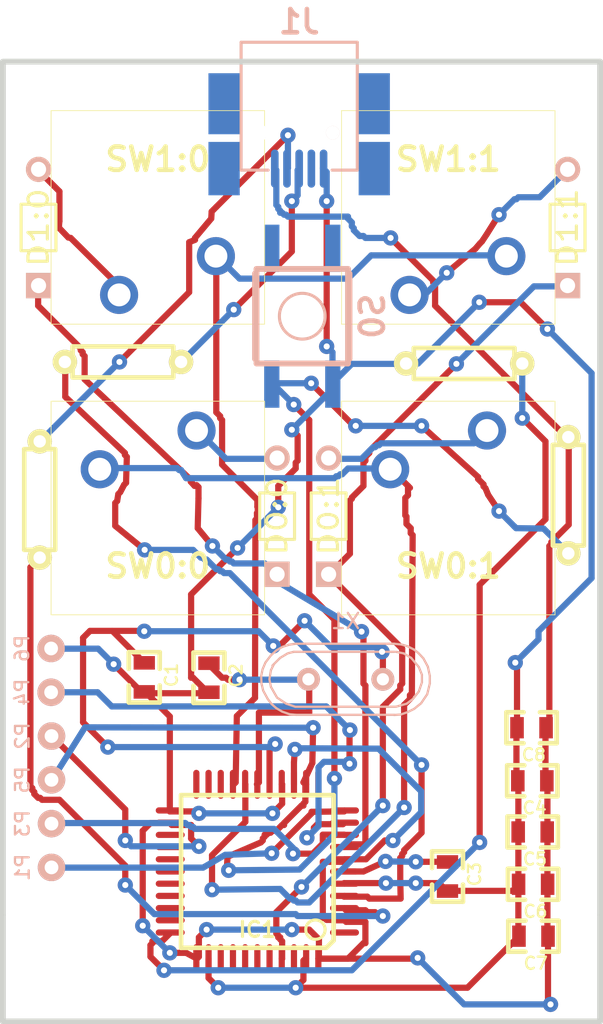
<source format=kicad_pcb>
(kicad_pcb (version 4) (host pcbnew 4.0.2-stable)

  (general
    (links 57)
    (no_connects 0)
    (area 204.635099 138.2808 244.182901 205.727301)
    (thickness 1.6002)
    (drawings 24)
    (tracks 668)
    (zones 0)
    (modules 30)
    (nets 23)
  )

  (page A2)
  (title_block
    (date "3 aug 2012")
  )

  (layers
    (0 Front signal)
    (31 Back signal)
    (32 B.Adhes user hide)
    (33 F.Adhes user hide)
    (34 B.Paste user hide)
    (35 F.Paste user hide)
    (36 B.SilkS user)
    (37 F.SilkS user)
    (38 B.Mask user)
    (39 F.Mask user)
    (40 Dwgs.User user hide)
    (41 Cmts.User user hide)
    (42 Eco1.User user hide)
    (43 Eco2.User user)
    (44 Edge.Cuts user)
    (46 B.CrtYd user hide)
    (49 F.Fab user hide)
  )

  (setup
    (last_trace_width 0.4064)
    (user_trace_width 0.254)
    (user_trace_width 0.4064)
    (trace_clearance 0.2032)
    (zone_clearance 0.508)
    (zone_45_only no)
    (trace_min 0.2032)
    (segment_width 0.381)
    (edge_width 0.381)
    (via_size 1)
    (via_drill 0.4)
    (via_min_size 1)
    (via_min_drill 0.4)
    (uvia_size 0.508)
    (uvia_drill 0.127)
    (uvias_allowed no)
    (uvia_min_size 0.508)
    (uvia_min_drill 0.127)
    (pcb_text_width 0.3048)
    (pcb_text_size 1.524 2.032)
    (mod_edge_width 0.381)
    (mod_text_size 1.524 1.524)
    (mod_text_width 0.3048)
    (pad_size 2.286 2.286)
    (pad_drill 1.4986)
    (pad_to_mask_clearance 0.254)
    (aux_axis_origin 204.6732 142.494)
    (grid_origin 10.16 407.67)
    (visible_elements FFFFF7FF)
    (pcbplotparams
      (layerselection 0x018f0_80000001)
      (usegerberextensions false)
      (excludeedgelayer true)
      (linewidth 0.020000)
      (plotframeref false)
      (viasonmask false)
      (mode 1)
      (useauxorigin false)
      (hpglpennumber 1)
      (hpglpenspeed 20)
      (hpglpendiameter 100)
      (hpglpenoverlay 0)
      (psnegative false)
      (psa4output false)
      (plotreference true)
      (plotvalue true)
      (plotinvisibletext false)
      (padsonsilk false)
      (subtractmaskfromsilk false)
      (outputformat 1)
      (mirror false)
      (drillshape 0)
      (scaleselection 1)
      (outputdirectory gerber/))
  )

  (net 0 "")
  (net 1 /COL0)
  (net 2 /COL1)
  (net 3 /ROW0)
  (net 4 /ROW1)
  (net 5 GND)
  (net 6 VCC)
  (net 7 "Net-(D0:0-Pad1)")
  (net 8 "Net-(D0:1-Pad1)")
  (net 9 "Net-(D1:0-Pad1)")
  (net 10 "Net-(D1:1-Pad1)")
  (net 11 "Net-(C1-Pad1)")
  (net 12 "Net-(C2-Pad1)")
  (net 13 "Net-(C3-Pad1)")
  (net 14 /RES)
  (net 15 "Net-(IC1-Pad4)")
  (net 16 "Net-(IC1-Pad3)")
  (net 17 "Net-(IC1-Pad33)")
  (net 18 "Net-(J1-Pad3)")
  (net 19 "Net-(J1-Pad2)")
  (net 20 /SCK)
  (net 21 /MOSI)
  (net 22 /MISO)

  (net_class Default "This is the default net class."
    (clearance 0.2032)
    (trace_width 0.4064)
    (via_dia 1)
    (via_drill 0.4)
    (uvia_dia 0.508)
    (uvia_drill 0.127)
    (add_net /COL0)
    (add_net /COL1)
    (add_net /MISO)
    (add_net /MOSI)
    (add_net /RES)
    (add_net /ROW0)
    (add_net /ROW1)
    (add_net /SCK)
    (add_net GND)
    (add_net "Net-(C1-Pad1)")
    (add_net "Net-(C2-Pad1)")
    (add_net "Net-(C3-Pad1)")
    (add_net "Net-(D0:0-Pad1)")
    (add_net "Net-(D0:1-Pad1)")
    (add_net "Net-(D1:0-Pad1)")
    (add_net "Net-(D1:1-Pad1)")
    (add_net "Net-(IC1-Pad3)")
    (add_net "Net-(IC1-Pad33)")
    (add_net "Net-(IC1-Pad4)")
    (add_net "Net-(J1-Pad2)")
    (add_net "Net-(J1-Pad3)")
    (add_net VCC)
  )

  (net_class Thick ""
    (clearance 0.2032)
    (trace_width 0.508)
    (via_dia 1)
    (via_drill 0.4)
    (uvia_dia 0.508)
    (uvia_drill 0.127)
  )

  (module 0805:0805C (layer Front) (tedit 56D07672) (tstamp 57BB47F1)
    (at 214.0966 182.9816 270)
    (path /57BBA811)
    (attr smd)
    (fp_text reference C1 (at -0.15 -1.778 450) (layer F.SilkS)
      (effects (font (size 0.8 0.8) (thickness 0.15)))
    )
    (fp_text value 22p (at 0 0 360) (layer F.SilkS) hide
      (effects (font (size 0.635 0.635) (thickness 0.127)))
    )
    (fp_line (start 0.527 -1.016) (end 1.651 -1.016) (layer F.SilkS) (width 0.3))
    (fp_line (start 1.651 -1.016) (end 1.651 1.016) (layer F.SilkS) (width 0.3))
    (fp_line (start 1.651 1.016) (end 0.527 1.016) (layer F.SilkS) (width 0.3))
    (fp_line (start -0.554 -1.016) (end -1.651 -1.016) (layer F.SilkS) (width 0.3))
    (fp_line (start -1.651 -1.016) (end -1.651 1.016) (layer F.SilkS) (width 0.3))
    (fp_line (start -1.651 1.016) (end -0.554 1.016) (layer F.SilkS) (width 0.3))
    (pad 1 smd rect (at -0.9525 0 270) (size 0.889 1.397) (layers Front F.Paste F.Mask)
      (net 11 "Net-(C1-Pad1)"))
    (pad 2 smd rect (at 0.9525 0 270) (size 0.889 1.397) (layers Front F.Paste F.Mask)
      (net 5 GND))
    (model Capacitors_SMD.3dshapes/C_0805.wrl
      (at (xyz 0 0 0))
      (scale (xyz 1 1 1))
      (rotate (xyz 0 0 0))
    )
  )

  (module 0805:0805C (layer Front) (tedit 56D07672) (tstamp 57BB47F7)
    (at 218.3384 183.007 270)
    (path /57BBA091)
    (attr smd)
    (fp_text reference C2 (at -0.15 -1.778 450) (layer F.SilkS)
      (effects (font (size 0.8 0.8) (thickness 0.15)))
    )
    (fp_text value 22p (at 0 0 360) (layer F.SilkS) hide
      (effects (font (size 0.635 0.635) (thickness 0.127)))
    )
    (fp_line (start 0.527 -1.016) (end 1.651 -1.016) (layer F.SilkS) (width 0.3))
    (fp_line (start 1.651 -1.016) (end 1.651 1.016) (layer F.SilkS) (width 0.3))
    (fp_line (start 1.651 1.016) (end 0.527 1.016) (layer F.SilkS) (width 0.3))
    (fp_line (start -0.554 -1.016) (end -1.651 -1.016) (layer F.SilkS) (width 0.3))
    (fp_line (start -1.651 -1.016) (end -1.651 1.016) (layer F.SilkS) (width 0.3))
    (fp_line (start -1.651 1.016) (end -0.554 1.016) (layer F.SilkS) (width 0.3))
    (pad 1 smd rect (at -0.9525 0 270) (size 0.889 1.397) (layers Front F.Paste F.Mask)
      (net 12 "Net-(C2-Pad1)"))
    (pad 2 smd rect (at 0.9525 0 270) (size 0.889 1.397) (layers Front F.Paste F.Mask)
      (net 5 GND))
    (model Capacitors_SMD.3dshapes/C_0805.wrl
      (at (xyz 0 0 0))
      (scale (xyz 1 1 1))
      (rotate (xyz 0 0 0))
    )
  )

  (module 0805:0805C (layer Front) (tedit 56D07672) (tstamp 57BB47FD)
    (at 233.9848 196.0372 270)
    (path /57BB48EC)
    (attr smd)
    (fp_text reference C3 (at -0.15 -1.778 450) (layer F.SilkS)
      (effects (font (size 0.8 0.8) (thickness 0.15)))
    )
    (fp_text value 1u (at 0 0 360) (layer F.SilkS) hide
      (effects (font (size 0.635 0.635) (thickness 0.127)))
    )
    (fp_line (start 0.527 -1.016) (end 1.651 -1.016) (layer F.SilkS) (width 0.3))
    (fp_line (start 1.651 -1.016) (end 1.651 1.016) (layer F.SilkS) (width 0.3))
    (fp_line (start 1.651 1.016) (end 0.527 1.016) (layer F.SilkS) (width 0.3))
    (fp_line (start -0.554 -1.016) (end -1.651 -1.016) (layer F.SilkS) (width 0.3))
    (fp_line (start -1.651 -1.016) (end -1.651 1.016) (layer F.SilkS) (width 0.3))
    (fp_line (start -1.651 1.016) (end -0.554 1.016) (layer F.SilkS) (width 0.3))
    (pad 1 smd rect (at -0.9525 0 270) (size 0.889 1.397) (layers Front F.Paste F.Mask)
      (net 13 "Net-(C3-Pad1)"))
    (pad 2 smd rect (at 0.9525 0 270) (size 0.889 1.397) (layers Front F.Paste F.Mask)
      (net 5 GND))
    (model Capacitors_SMD.3dshapes/C_0805.wrl
      (at (xyz 0 0 0))
      (scale (xyz 1 1 1))
      (rotate (xyz 0 0 0))
    )
  )

  (module 0805:0805C (layer Front) (tedit 56D07672) (tstamp 57BB4803)
    (at 239.5474 189.7634 180)
    (path /57BBD014)
    (attr smd)
    (fp_text reference C4 (at -0.15 -1.778 360) (layer F.SilkS)
      (effects (font (size 0.8 0.8) (thickness 0.15)))
    )
    (fp_text value 100n (at 0 0 270) (layer F.SilkS) hide
      (effects (font (size 0.635 0.635) (thickness 0.127)))
    )
    (fp_line (start 0.527 -1.016) (end 1.651 -1.016) (layer F.SilkS) (width 0.3))
    (fp_line (start 1.651 -1.016) (end 1.651 1.016) (layer F.SilkS) (width 0.3))
    (fp_line (start 1.651 1.016) (end 0.527 1.016) (layer F.SilkS) (width 0.3))
    (fp_line (start -0.554 -1.016) (end -1.651 -1.016) (layer F.SilkS) (width 0.3))
    (fp_line (start -1.651 -1.016) (end -1.651 1.016) (layer F.SilkS) (width 0.3))
    (fp_line (start -1.651 1.016) (end -0.554 1.016) (layer F.SilkS) (width 0.3))
    (pad 1 smd rect (at -0.9525 0 180) (size 0.889 1.397) (layers Front F.Paste F.Mask)
      (net 6 VCC))
    (pad 2 smd rect (at 0.9525 0 180) (size 0.889 1.397) (layers Front F.Paste F.Mask)
      (net 5 GND))
    (model Capacitors_SMD.3dshapes/C_0805.wrl
      (at (xyz 0 0 0))
      (scale (xyz 1 1 1))
      (rotate (xyz 0 0 0))
    )
  )

  (module 0805:0805C (layer Front) (tedit 56D07672) (tstamp 57BB4809)
    (at 239.5728 193.1162 180)
    (path /57BBD17C)
    (attr smd)
    (fp_text reference C5 (at -0.15 -1.778 360) (layer F.SilkS)
      (effects (font (size 0.8 0.8) (thickness 0.15)))
    )
    (fp_text value 100n (at 0 0 270) (layer F.SilkS) hide
      (effects (font (size 0.635 0.635) (thickness 0.127)))
    )
    (fp_line (start 0.527 -1.016) (end 1.651 -1.016) (layer F.SilkS) (width 0.3))
    (fp_line (start 1.651 -1.016) (end 1.651 1.016) (layer F.SilkS) (width 0.3))
    (fp_line (start 1.651 1.016) (end 0.527 1.016) (layer F.SilkS) (width 0.3))
    (fp_line (start -0.554 -1.016) (end -1.651 -1.016) (layer F.SilkS) (width 0.3))
    (fp_line (start -1.651 -1.016) (end -1.651 1.016) (layer F.SilkS) (width 0.3))
    (fp_line (start -1.651 1.016) (end -0.554 1.016) (layer F.SilkS) (width 0.3))
    (pad 1 smd rect (at -0.9525 0 180) (size 0.889 1.397) (layers Front F.Paste F.Mask)
      (net 6 VCC))
    (pad 2 smd rect (at 0.9525 0 180) (size 0.889 1.397) (layers Front F.Paste F.Mask)
      (net 5 GND))
    (model Capacitors_SMD.3dshapes/C_0805.wrl
      (at (xyz 0 0 0))
      (scale (xyz 1 1 1))
      (rotate (xyz 0 0 0))
    )
  )

  (module 0805:0805C (layer Front) (tedit 56D07672) (tstamp 57BB480F)
    (at 239.5982 196.5452 180)
    (path /57BBD2D7)
    (attr smd)
    (fp_text reference C6 (at -0.15 -1.778 360) (layer F.SilkS)
      (effects (font (size 0.8 0.8) (thickness 0.15)))
    )
    (fp_text value 100n (at 0 0 270) (layer F.SilkS) hide
      (effects (font (size 0.635 0.635) (thickness 0.127)))
    )
    (fp_line (start 0.527 -1.016) (end 1.651 -1.016) (layer F.SilkS) (width 0.3))
    (fp_line (start 1.651 -1.016) (end 1.651 1.016) (layer F.SilkS) (width 0.3))
    (fp_line (start 1.651 1.016) (end 0.527 1.016) (layer F.SilkS) (width 0.3))
    (fp_line (start -0.554 -1.016) (end -1.651 -1.016) (layer F.SilkS) (width 0.3))
    (fp_line (start -1.651 -1.016) (end -1.651 1.016) (layer F.SilkS) (width 0.3))
    (fp_line (start -1.651 1.016) (end -0.554 1.016) (layer F.SilkS) (width 0.3))
    (pad 1 smd rect (at -0.9525 0 180) (size 0.889 1.397) (layers Front F.Paste F.Mask)
      (net 6 VCC))
    (pad 2 smd rect (at 0.9525 0 180) (size 0.889 1.397) (layers Front F.Paste F.Mask)
      (net 5 GND))
    (model Capacitors_SMD.3dshapes/C_0805.wrl
      (at (xyz 0 0 0))
      (scale (xyz 1 1 1))
      (rotate (xyz 0 0 0))
    )
  )

  (module 0805:0805C (layer Front) (tedit 56D07672) (tstamp 57BB4815)
    (at 239.6236 199.9488 180)
    (path /57BBD43F)
    (attr smd)
    (fp_text reference C7 (at -0.15 -1.778 360) (layer F.SilkS)
      (effects (font (size 0.8 0.8) (thickness 0.15)))
    )
    (fp_text value 100n (at 0 0 270) (layer F.SilkS) hide
      (effects (font (size 0.635 0.635) (thickness 0.127)))
    )
    (fp_line (start 0.527 -1.016) (end 1.651 -1.016) (layer F.SilkS) (width 0.3))
    (fp_line (start 1.651 -1.016) (end 1.651 1.016) (layer F.SilkS) (width 0.3))
    (fp_line (start 1.651 1.016) (end 0.527 1.016) (layer F.SilkS) (width 0.3))
    (fp_line (start -0.554 -1.016) (end -1.651 -1.016) (layer F.SilkS) (width 0.3))
    (fp_line (start -1.651 -1.016) (end -1.651 1.016) (layer F.SilkS) (width 0.3))
    (fp_line (start -1.651 1.016) (end -0.554 1.016) (layer F.SilkS) (width 0.3))
    (pad 1 smd rect (at -0.9525 0 180) (size 0.889 1.397) (layers Front F.Paste F.Mask)
      (net 6 VCC))
    (pad 2 smd rect (at 0.9525 0 180) (size 0.889 1.397) (layers Front F.Paste F.Mask)
      (net 5 GND))
    (model Capacitors_SMD.3dshapes/C_0805.wrl
      (at (xyz 0 0 0))
      (scale (xyz 1 1 1))
      (rotate (xyz 0 0 0))
    )
  )

  (module 0805:0805C (layer Front) (tedit 56D07672) (tstamp 57BB481B)
    (at 239.4966 186.2836 180)
    (path /57BBCEBA)
    (attr smd)
    (fp_text reference C8 (at -0.15 -1.778 360) (layer F.SilkS)
      (effects (font (size 0.8 0.8) (thickness 0.15)))
    )
    (fp_text value 1u (at 0 0 270) (layer F.SilkS) hide
      (effects (font (size 0.635 0.635) (thickness 0.127)))
    )
    (fp_line (start 0.527 -1.016) (end 1.651 -1.016) (layer F.SilkS) (width 0.3))
    (fp_line (start 1.651 -1.016) (end 1.651 1.016) (layer F.SilkS) (width 0.3))
    (fp_line (start 1.651 1.016) (end 0.527 1.016) (layer F.SilkS) (width 0.3))
    (fp_line (start -0.554 -1.016) (end -1.651 -1.016) (layer F.SilkS) (width 0.3))
    (fp_line (start -1.651 -1.016) (end -1.651 1.016) (layer F.SilkS) (width 0.3))
    (fp_line (start -1.651 1.016) (end -0.554 1.016) (layer F.SilkS) (width 0.3))
    (pad 1 smd rect (at -0.9525 0 180) (size 0.889 1.397) (layers Front F.Paste F.Mask)
      (net 6 VCC))
    (pad 2 smd rect (at 0.9525 0 180) (size 0.889 1.397) (layers Front F.Paste F.Mask)
      (net 5 GND))
    (model Capacitors_SMD.3dshapes/C_0805.wrl
      (at (xyz 0 0 0))
      (scale (xyz 1 1 1))
      (rotate (xyz 0 0 0))
    )
  )

  (module tqfp:TQFP44 (layer Front) (tedit 56D07040) (tstamp 57BB484B)
    (at 221.5134 195.707 180)
    (path /57BB0F85)
    (attr smd)
    (fp_text reference IC1 (at 0 -3.81 180) (layer F.SilkS)
      (effects (font (size 1 1) (thickness 0.2)))
    )
    (fp_text value ATMEGA32U4 (at 0 3.81 180) (layer F.Fab)
      (effects (font (size 1 1) (thickness 0.2)))
    )
    (fp_line (start 5.0038 -5.0038) (end 5.0038 5.0038) (layer F.SilkS) (width 0.3048))
    (fp_line (start 5.0038 5.0038) (end -5.0038 5.0038) (layer F.SilkS) (width 0.3048))
    (fp_line (start -5.0038 -4.5212) (end -5.0038 5.0038) (layer F.SilkS) (width 0.3048))
    (fp_line (start -4.5212 -5.0038) (end 5.0038 -5.0038) (layer F.SilkS) (width 0.3048))
    (fp_line (start -5.0038 -4.5212) (end -4.5212 -5.0038) (layer F.SilkS) (width 0.3048))
    (fp_circle (center -3.81 -3.81) (end -3.81 -3.175) (layer F.SilkS) (width 0.2032))
    (pad 39 smd oval (at 0 -5.715 180) (size 0.4064 1.89992) (layers Front F.Paste F.Mask))
    (pad 40 smd oval (at -0.8001 -5.715 180) (size 0.4064 1.89992) (layers Front F.Paste F.Mask))
    (pad 41 smd oval (at -1.6002 -5.715 180) (size 0.4064 1.89992) (layers Front F.Paste F.Mask)
      (net 2 /COL1))
    (pad 42 smd oval (at -2.4003 -5.715 180) (size 0.4064 1.89992) (layers Front F.Paste F.Mask))
    (pad 43 smd oval (at -3.2004 -5.715 180) (size 0.4064 1.89992) (layers Front F.Paste F.Mask)
      (net 5 GND))
    (pad 44 smd oval (at -4.0005 -5.715 180) (size 0.4064 1.89992) (layers Front F.Paste F.Mask)
      (net 6 VCC))
    (pad 38 smd oval (at 0.8001 -5.715 180) (size 0.4064 1.89992) (layers Front F.Paste F.Mask))
    (pad 37 smd oval (at 1.6002 -5.715 180) (size 0.4064 1.89992) (layers Front F.Paste F.Mask))
    (pad 36 smd oval (at 2.4003 -5.715 180) (size 0.4064 1.89992) (layers Front F.Paste F.Mask))
    (pad 35 smd oval (at 3.2004 -5.715 180) (size 0.4064 1.89992) (layers Front F.Paste F.Mask)
      (net 5 GND))
    (pad 34 smd oval (at 4.0005 -5.715 180) (size 0.4064 1.89992) (layers Front F.Paste F.Mask)
      (net 6 VCC))
    (pad 17 smd oval (at 0 5.715 180) (size 0.4064 1.89992) (layers Front F.Paste F.Mask)
      (net 12 "Net-(C2-Pad1)"))
    (pad 16 smd oval (at -0.8001 5.715 180) (size 0.4064 1.89992) (layers Front F.Paste F.Mask)
      (net 11 "Net-(C1-Pad1)"))
    (pad 15 smd oval (at -1.6002 5.715 180) (size 0.4064 1.89992) (layers Front F.Paste F.Mask)
      (net 5 GND))
    (pad 14 smd oval (at -2.4003 5.715 180) (size 0.4064 1.89992) (layers Front F.Paste F.Mask)
      (net 6 VCC))
    (pad 13 smd oval (at -3.2004 5.715 180) (size 0.4064 1.89992) (layers Front F.Paste F.Mask)
      (net 14 /RES))
    (pad 12 smd oval (at -4.0005 5.715 180) (size 0.4064 1.89992) (layers Front F.Paste F.Mask))
    (pad 18 smd oval (at 0.8001 5.715 180) (size 0.4064 1.89992) (layers Front F.Paste F.Mask)
      (net 3 /ROW0))
    (pad 19 smd oval (at 1.6002 5.715 180) (size 0.4064 1.89992) (layers Front F.Paste F.Mask)
      (net 4 /ROW1))
    (pad 20 smd oval (at 2.4003 5.715 180) (size 0.4064 1.89992) (layers Front F.Paste F.Mask))
    (pad 21 smd oval (at 3.2004 5.715 180) (size 0.4064 1.89992) (layers Front F.Paste F.Mask))
    (pad 22 smd oval (at 4.0005 5.715 180) (size 0.4064 1.89992) (layers Front F.Paste F.Mask))
    (pad 6 smd oval (at -5.715 0 180) (size 1.89992 0.4064) (layers Front F.Paste F.Mask)
      (net 13 "Net-(C3-Pad1)"))
    (pad 28 smd oval (at 5.715 0 180) (size 1.89992 0.4064) (layers Front F.Paste F.Mask))
    (pad 7 smd oval (at -5.715 0.8001 180) (size 1.89992 0.4064) (layers Front F.Paste F.Mask)
      (net 6 VCC))
    (pad 27 smd oval (at 5.715 0.8001 180) (size 1.89992 0.4064) (layers Front F.Paste F.Mask))
    (pad 26 smd oval (at 5.715 1.6002 180) (size 1.89992 0.4064) (layers Front F.Paste F.Mask))
    (pad 8 smd oval (at -5.715 1.6002 180) (size 1.89992 0.4064) (layers Front F.Paste F.Mask)
      (net 1 /COL0))
    (pad 9 smd oval (at -5.715 2.4003 180) (size 1.89992 0.4064) (layers Front F.Paste F.Mask)
      (net 20 /SCK))
    (pad 25 smd oval (at 5.715 2.4003 180) (size 1.89992 0.4064) (layers Front F.Paste F.Mask))
    (pad 24 smd oval (at 5.715 3.2004 180) (size 1.89992 0.4064) (layers Front F.Paste F.Mask)
      (net 6 VCC))
    (pad 10 smd oval (at -5.715 3.2004 180) (size 1.89992 0.4064) (layers Front F.Paste F.Mask)
      (net 21 /MOSI))
    (pad 11 smd oval (at -5.715 4.0005 180) (size 1.89992 0.4064) (layers Front F.Paste F.Mask)
      (net 22 /MISO))
    (pad 23 smd oval (at 5.715 4.0005 180) (size 1.89992 0.4064) (layers Front F.Paste F.Mask)
      (net 5 GND))
    (pad 29 smd oval (at 5.715 -0.8001 180) (size 1.89992 0.4064) (layers Front F.Paste F.Mask))
    (pad 5 smd oval (at -5.715 -0.8001 180) (size 1.89992 0.4064) (layers Front F.Paste F.Mask)
      (net 5 GND))
    (pad 4 smd oval (at -5.715 -1.6002 180) (size 1.89992 0.4064) (layers Front F.Paste F.Mask)
      (net 15 "Net-(IC1-Pad4)"))
    (pad 30 smd oval (at 5.715 -1.6002 180) (size 1.89992 0.4064) (layers Front F.Paste F.Mask))
    (pad 31 smd oval (at 5.715 -2.4003 180) (size 1.89992 0.4064) (layers Front F.Paste F.Mask))
    (pad 3 smd oval (at -5.715 -2.4003 180) (size 1.89992 0.4064) (layers Front F.Paste F.Mask)
      (net 16 "Net-(IC1-Pad3)"))
    (pad 2 smd oval (at -5.715 -3.2004 180) (size 1.89992 0.4064) (layers Front F.Paste F.Mask)
      (net 6 VCC))
    (pad 32 smd oval (at 5.715 -3.2004 180) (size 1.89992 0.4064) (layers Front F.Paste F.Mask))
    (pad 33 smd oval (at 5.715 -4.0005 180) (size 1.89992 0.4064) (layers Front F.Paste F.Mask)
      (net 17 "Net-(IC1-Pad33)"))
    (pad 1 smd oval (at -5.715 -4.0005 180) (size 1.89992 0.4064) (layers Front F.Paste F.Mask))
    (model ${KIPRJMOD}/lib/tqfp.pretty/ipc_tqfp.wrl
      (at (xyz 0 0 0))
      (scale (xyz 315 315 315))
      (rotate (xyz -90 0 0))
    )
  )

  (module usb:67503 (layer Back) (tedit 57BBCD7D) (tstamp 57BB485A)
    (at 224.2566 143.383 180)
    (descr http://www.tme.eu/pl/Document/af7e127923dc7f74ac659db082bbc882/mx54819.pdf)
    (tags 54819)
    (path /57BB5C50)
    (attr smd)
    (fp_text reference J1 (at 0 3.375 360) (layer B.SilkS)
      (effects (font (thickness 0.3048)) (justify mirror))
    )
    (fp_text value USBMINI_B05 (at 0 -1.275 180) (layer B.SilkS) hide
      (effects (font (thickness 0.3048)) (justify mirror))
    )
    (fp_line (start -2.159 -6.35) (end -3.81 -6.35) (layer B.SilkS) (width 0.20066))
    (fp_line (start -3.81 -6.35) (end -3.81 2.032) (layer B.SilkS) (width 0.20066))
    (fp_line (start -3.81 2.032) (end 3.81 2.032) (layer B.SilkS) (width 0.20066))
    (fp_line (start 3.81 2.032) (end 3.81 -6.35) (layer B.SilkS) (width 0.20066))
    (fp_line (start 3.81 -6.35) (end 2.032 -6.35) (layer B.SilkS) (width 0.20066))
    (pad "" smd rect (at -4.92506 -1.99898 180) (size 2.04978 4.0005) (layers Back B.Paste B.Mask))
    (pad "" smd rect (at 4.92506 -1.99898 180) (size 2.04978 4.0005) (layers Back B.Paste B.Mask))
    (pad "" smd rect (at 4.92506 -6.25094 180) (size 2.04978 3.50012) (layers Back B.Paste B.Mask))
    (pad "" smd rect (at -4.92506 -6.25094 180) (size 2.04978 3.50012) (layers Back B.Paste B.Mask))
    (pad 3 smd oval (at 0 -6.2509 180) (size 0.5004 2.5) (layers Back B.Paste B.Mask)
      (net 18 "Net-(J1-Pad3)"))
    (pad 2 smd oval (at 0.8001 -6.2509 180) (size 0.5004 2.5) (layers Back B.Paste B.Mask)
      (net 19 "Net-(J1-Pad2)"))
    (pad 1 smd oval (at 1.6002 -6.2509 180) (size 0.5004 2.5) (layers Back B.Paste B.Mask)
      (net 6 VCC))
    (pad 4 smd oval (at -0.8001 -6.2509 180) (size 0.5004 2.5) (layers Back B.Paste B.Mask))
    (pad 5 smd oval (at -1.6002 -6.2509 180) (size 0.5004 2.5) (layers Back B.Paste B.Mask)
      (net 5 GND))
    (pad "" np_thru_hole circle (at 2.2 -3.9 180) (size 0.9 0.9) (drill 0.9) (layers *.Cu *.Mask))
    (pad "" np_thru_hole circle (at -2.2 -3.9 180) (size 0.9 0.9) (drill 0.9) (layers *.Cu *.Mask B.SilkS))
    (model ${KIPRJMOD}/lib/usb.pretty/usbmini.wrl
      (at (xyz 0 -0.14 0))
      (scale (xyz 1 1 1))
      (rotate (xyz 0 0 180))
    )
  )

  (module res:resistor (layer Front) (tedit 57BB4B24) (tstamp 57BB487E)
    (at 241.9096 171.0436 270)
    (descr "Resitance 3 pas")
    (tags R)
    (path /57BC1774)
    (autoplace_cost180 10)
    (fp_text reference R4 (at -2.794 2.286 270) (layer F.SilkS) hide
      (effects (font (size 1.397 1.27) (thickness 0.2032)))
    )
    (fp_text value 10k (at 0 0.127 270) (layer F.SilkS) hide
      (effects (font (size 1.397 1.27) (thickness 0.2032)))
    )
    (fp_line (start -3.81 0) (end -3.302 0) (layer F.SilkS) (width 0.3))
    (fp_line (start 3.81 0) (end 3.302 0) (layer F.SilkS) (width 0.3))
    (fp_line (start 3.302 0) (end 3.302 -1.016) (layer F.SilkS) (width 0.3))
    (fp_line (start 3.302 -1.016) (end -3.302 -1.016) (layer F.SilkS) (width 0.3))
    (fp_line (start -3.302 -1.016) (end -3.302 1.016) (layer F.SilkS) (width 0.3))
    (fp_line (start -3.302 1.016) (end 3.302 1.016) (layer F.SilkS) (width 0.3))
    (fp_line (start 3.302 1.016) (end 3.302 0) (layer F.SilkS) (width 0.3))
    (pad 1 thru_hole circle (at -3.81 0 270) (size 1.6 1.6) (drill 0.8128) (layers *.Cu *.Mask F.SilkS)
      (net 6 VCC))
    (pad 2 thru_hole circle (at 3.81 0 270) (size 1.6 1.6) (drill 0.8128) (layers *.Cu *.Mask F.SilkS)
      (net 14 /RES))
    (model Resistors_ThroughHole.3dshapes/Resistor_Horizontal_RM10mm.wrl
      (at (xyz 0 0 0))
      (scale (xyz 0.3 0.3 0.3))
      (rotate (xyz 0 0 0))
    )
  )

  (module dtsm:KSEM31GLFS (layer Back) (tedit 56D0DB93) (tstamp 57BB4886)
    (at 224.4598 159.3088 90)
    (descr http://www.dip.com.tw/PDF/DTSJW-6-V.pdf)
    (tags "microswitch tact")
    (path /57BC2097)
    (attr smd)
    (fp_text reference S0 (at 0 4.6 270) (layer B.SilkS)
      (effects (font (thickness 0.3048)) (justify mirror))
    )
    (fp_text value DTSM-6 (at 0.0991 -4.8006 90) (layer B.SilkS) hide
      (effects (font (thickness 0.3048)) (justify mirror))
    )
    (fp_circle (center 0 0) (end 1.50114 0) (layer B.SilkS) (width 0.20066))
    (fp_line (start -2.79908 -3.0988) (end 2.79908 -3.0988) (layer B.SilkS) (width 0.381))
    (fp_line (start -2.79908 3.0988) (end 2.79908 3.0988) (layer B.SilkS) (width 0.381))
    (fp_line (start -3.0988 2.99974) (end 3.0988 2.99974) (layer B.SilkS) (width 0.381))
    (fp_line (start 3.0988 2.99974) (end 3.0988 -2.99974) (layer B.SilkS) (width 0.381))
    (fp_line (start 3.0988 -2.99974) (end -3.0988 -2.99974) (layer B.SilkS) (width 0.381))
    (fp_line (start -3.0988 -2.99974) (end -3.0988 2.99974) (layer B.SilkS) (width 0.381))
    (pad 1 smd rect (at -4.45 2.0015 90) (size 3.1 1) (layers Back B.Paste B.Mask)
      (net 5 GND))
    (pad 4 smd rect (at 4.45 -1.999 90) (size 3.1 1) (layers Back B.Paste B.Mask))
    (pad 2 smd rect (at 4.45 1.999 90) (size 3.1 1) (layers Back B.Paste B.Mask))
    (pad 3 smd rect (at -4.45 -1.999 90) (size 3.1 1) (layers Back B.Paste B.Mask)
      (net 14 /RES))
    (model ${KIPRJMOD}/lib/dtsm.pretty/dtsm.wrl
      (at (xyz 0 0 0))
      (scale (xyz 390 390 390))
      (rotate (xyz 0 0 90))
    )
  )

  (module Crystals:Crystal_HC49-U_Vertical (layer Back) (tedit 0) (tstamp 57BB488C)
    (at 227.3046 183.1086 180)
    (descr "Crystal Quarz HC49/U vertical stehend")
    (tags "Crystal Quarz HC49/U vertical stehend")
    (path /57BB7956)
    (fp_text reference X1 (at 0 3.81 180) (layer B.SilkS)
      (effects (font (size 1 1) (thickness 0.15)) (justify mirror))
    )
    (fp_text value CRYSTAL (at 0 -3.81 180) (layer B.Fab)
      (effects (font (size 1 1) (thickness 0.15)) (justify mirror))
    )
    (fp_line (start 4.699 1.00076) (end 4.89966 0.59944) (layer B.SilkS) (width 0.15))
    (fp_line (start 4.89966 0.59944) (end 5.00126 0) (layer B.SilkS) (width 0.15))
    (fp_line (start 5.00126 0) (end 4.89966 -0.50038) (layer B.SilkS) (width 0.15))
    (fp_line (start 4.89966 -0.50038) (end 4.50088 -1.19888) (layer B.SilkS) (width 0.15))
    (fp_line (start 4.50088 -1.19888) (end 3.8989 -1.6002) (layer B.SilkS) (width 0.15))
    (fp_line (start 3.8989 -1.6002) (end 3.29946 -1.80086) (layer B.SilkS) (width 0.15))
    (fp_line (start 3.29946 -1.80086) (end -3.29946 -1.80086) (layer B.SilkS) (width 0.15))
    (fp_line (start -3.29946 -1.80086) (end -4.0005 -1.6002) (layer B.SilkS) (width 0.15))
    (fp_line (start -4.0005 -1.6002) (end -4.39928 -1.30048) (layer B.SilkS) (width 0.15))
    (fp_line (start -4.39928 -1.30048) (end -4.8006 -0.8001) (layer B.SilkS) (width 0.15))
    (fp_line (start -4.8006 -0.8001) (end -5.00126 -0.20066) (layer B.SilkS) (width 0.15))
    (fp_line (start -5.00126 -0.20066) (end -5.00126 0.29972) (layer B.SilkS) (width 0.15))
    (fp_line (start -5.00126 0.29972) (end -4.8006 0.8001) (layer B.SilkS) (width 0.15))
    (fp_line (start -4.8006 0.8001) (end -4.30022 1.39954) (layer B.SilkS) (width 0.15))
    (fp_line (start -4.30022 1.39954) (end -3.79984 1.69926) (layer B.SilkS) (width 0.15))
    (fp_line (start -3.79984 1.69926) (end -3.29946 1.80086) (layer B.SilkS) (width 0.15))
    (fp_line (start -3.2004 1.80086) (end 3.40106 1.80086) (layer B.SilkS) (width 0.15))
    (fp_line (start 3.40106 1.80086) (end 3.79984 1.69926) (layer B.SilkS) (width 0.15))
    (fp_line (start 3.79984 1.69926) (end 4.30022 1.39954) (layer B.SilkS) (width 0.15))
    (fp_line (start 4.30022 1.39954) (end 4.8006 0.89916) (layer B.SilkS) (width 0.15))
    (fp_line (start -3.19024 2.32918) (end -3.64998 2.28092) (layer B.SilkS) (width 0.15))
    (fp_line (start -3.64998 2.28092) (end -4.04876 2.16916) (layer B.SilkS) (width 0.15))
    (fp_line (start -4.04876 2.16916) (end -4.48056 1.95072) (layer B.SilkS) (width 0.15))
    (fp_line (start -4.48056 1.95072) (end -4.77012 1.71958) (layer B.SilkS) (width 0.15))
    (fp_line (start -4.77012 1.71958) (end -5.10032 1.36906) (layer B.SilkS) (width 0.15))
    (fp_line (start -5.10032 1.36906) (end -5.38988 0.83058) (layer B.SilkS) (width 0.15))
    (fp_line (start -5.38988 0.83058) (end -5.51942 0.23114) (layer B.SilkS) (width 0.15))
    (fp_line (start -5.51942 0.23114) (end -5.51942 -0.2794) (layer B.SilkS) (width 0.15))
    (fp_line (start -5.51942 -0.2794) (end -5.34924 -0.98044) (layer B.SilkS) (width 0.15))
    (fp_line (start -5.34924 -0.98044) (end -4.95046 -1.56972) (layer B.SilkS) (width 0.15))
    (fp_line (start -4.95046 -1.56972) (end -4.49072 -1.94056) (layer B.SilkS) (width 0.15))
    (fp_line (start -4.49072 -1.94056) (end -4.06908 -2.14884) (layer B.SilkS) (width 0.15))
    (fp_line (start -4.06908 -2.14884) (end -3.6195 -2.30886) (layer B.SilkS) (width 0.15))
    (fp_line (start -3.6195 -2.30886) (end -3.18008 -2.33934) (layer B.SilkS) (width 0.15))
    (fp_line (start 4.16052 -2.1209) (end 4.53898 -1.89992) (layer B.SilkS) (width 0.15))
    (fp_line (start 4.53898 -1.89992) (end 4.85902 -1.62052) (layer B.SilkS) (width 0.15))
    (fp_line (start 4.85902 -1.62052) (end 5.11048 -1.29032) (layer B.SilkS) (width 0.15))
    (fp_line (start 5.11048 -1.29032) (end 5.4102 -0.73914) (layer B.SilkS) (width 0.15))
    (fp_line (start 5.4102 -0.73914) (end 5.51942 -0.26924) (layer B.SilkS) (width 0.15))
    (fp_line (start 5.51942 -0.26924) (end 5.53974 0.1905) (layer B.SilkS) (width 0.15))
    (fp_line (start 5.53974 0.1905) (end 5.45084 0.65024) (layer B.SilkS) (width 0.15))
    (fp_line (start 5.45084 0.65024) (end 5.26034 1.09982) (layer B.SilkS) (width 0.15))
    (fp_line (start 5.26034 1.09982) (end 4.89966 1.56972) (layer B.SilkS) (width 0.15))
    (fp_line (start 4.89966 1.56972) (end 4.54914 1.88976) (layer B.SilkS) (width 0.15))
    (fp_line (start 4.54914 1.88976) (end 4.16052 2.1209) (layer B.SilkS) (width 0.15))
    (fp_line (start 4.16052 2.1209) (end 3.73126 2.2606) (layer B.SilkS) (width 0.15))
    (fp_line (start 3.73126 2.2606) (end 3.2893 2.32918) (layer B.SilkS) (width 0.15))
    (fp_line (start -3.2004 -2.32918) (end 3.2512 -2.32918) (layer B.SilkS) (width 0.15))
    (fp_line (start 3.2512 -2.32918) (end 3.6703 -2.29108) (layer B.SilkS) (width 0.15))
    (fp_line (start 3.6703 -2.29108) (end 4.16052 -2.1209) (layer B.SilkS) (width 0.15))
    (fp_line (start -3.2004 2.32918) (end 3.2512 2.32918) (layer B.SilkS) (width 0.15))
    (pad 1 thru_hole circle (at -2.44094 0 180) (size 1.50114 1.50114) (drill 0.8001) (layers *.Cu *.Mask B.SilkS)
      (net 11 "Net-(C1-Pad1)"))
    (pad 2 thru_hole circle (at 2.44094 0 180) (size 1.50114 1.50114) (drill 0.8001) (layers *.Cu *.Mask B.SilkS)
      (net 12 "Net-(C2-Pad1)"))
  )

  (module mx1a:MX1A (layer Front) (tedit 57BB7A6A) (tstamp 57BB8612)
    (at 214.9856 171.8818)
    (path /57BBE790)
    (fp_text reference SW0:0 (at 0 3.81) (layer F.SilkS)
      (effects (font (thickness 0.3048)))
    )
    (fp_text value F0 (at 0 6.096) (layer Dwgs.User)
      (effects (font (thickness 0.3048)))
    )
    (fp_line (start -7 -7) (end 7 -7) (layer F.SilkS) (width 0.05))
    (fp_line (start 7 -7) (end 7 7) (layer F.SilkS) (width 0.05))
    (fp_line (start 7 7) (end -7 7) (layer F.SilkS) (width 0.05))
    (fp_line (start -7 7) (end -7 -7) (layer F.SilkS) (width 0.05))
    (pad "" np_thru_hole circle (at 0 0) (size 3.98018 3.98018) (drill 3.98018) (layers *.Cu *.Mask))
    (pad 2 thru_hole circle (at 2.54 -5.08) (size 2.49936 2.49936) (drill 1.50114) (layers *.Cu *.Mask)
      (net 7 "Net-(D0:0-Pad1)"))
    (pad 1 thru_hole circle (at -3.81 -2.54) (size 2.49936 2.49936) (drill 1.50114) (layers *.Cu *.Mask)
      (net 3 /ROW0))
    (pad "" np_thru_hole circle (at -5.08 0) (size 1.69926 1.69926) (drill 1.69926) (layers *.Cu *.Mask))
    (pad "" np_thru_hole circle (at 5.08 0) (size 1.69926 1.69926) (drill 1.69926) (layers *.Cu *.Mask))
    (model ${KIPRJMOD}/lib/mx1a.pretty/cherrymx.wrl
      (at (xyz 0 0 0))
      (scale (xyz 1 1 1))
      (rotate (xyz 0 0 0))
    )
  )

  (module mx1a:MX1A (layer Front) (tedit 57BB7A6A) (tstamp 57BB861F)
    (at 234.0356 171.8818)
    (path /4EB1DDAB)
    (fp_text reference SW0:1 (at 0 3.81) (layer F.SilkS)
      (effects (font (thickness 0.3048)))
    )
    (fp_text value CTRL (at 0 6.096) (layer Dwgs.User)
      (effects (font (thickness 0.3048)))
    )
    (fp_line (start -7 -7) (end 7 -7) (layer F.SilkS) (width 0.05))
    (fp_line (start 7 -7) (end 7 7) (layer F.SilkS) (width 0.05))
    (fp_line (start 7 7) (end -7 7) (layer F.SilkS) (width 0.05))
    (fp_line (start -7 7) (end -7 -7) (layer F.SilkS) (width 0.05))
    (pad "" np_thru_hole circle (at 0 0) (size 3.98018 3.98018) (drill 3.98018) (layers *.Cu *.Mask))
    (pad 2 thru_hole circle (at 2.54 -5.08) (size 2.49936 2.49936) (drill 1.50114) (layers *.Cu *.Mask)
      (net 8 "Net-(D0:1-Pad1)"))
    (pad 1 thru_hole circle (at -3.81 -2.54) (size 2.49936 2.49936) (drill 1.50114) (layers *.Cu *.Mask)
      (net 3 /ROW0))
    (pad "" np_thru_hole circle (at -5.08 0) (size 1.69926 1.69926) (drill 1.69926) (layers *.Cu *.Mask))
    (pad "" np_thru_hole circle (at 5.08 0) (size 1.69926 1.69926) (drill 1.69926) (layers *.Cu *.Mask))
    (model ${KIPRJMOD}/lib/mx1a.pretty/cherrymx.wrl
      (at (xyz 0 0 0))
      (scale (xyz 1 1 1))
      (rotate (xyz 0 0 0))
    )
  )

  (module mx1a:MX1A (layer Front) (tedit 57BB7A6A) (tstamp 57BB8687)
    (at 214.9856 152.8318 180)
    (path /57BBE463)
    (fp_text reference SW1:0 (at 0 3.81 180) (layer F.SilkS)
      (effects (font (thickness 0.3048)))
    )
    (fp_text value F1 (at 0 6.096 180) (layer Dwgs.User)
      (effects (font (thickness 0.3048)))
    )
    (fp_line (start -7 -7) (end 7 -7) (layer F.SilkS) (width 0.05))
    (fp_line (start 7 -7) (end 7 7) (layer F.SilkS) (width 0.05))
    (fp_line (start 7 7) (end -7 7) (layer F.SilkS) (width 0.05))
    (fp_line (start -7 7) (end -7 -7) (layer F.SilkS) (width 0.05))
    (pad "" np_thru_hole circle (at 0 0 180) (size 3.98018 3.98018) (drill 3.98018) (layers *.Cu *.Mask))
    (pad 2 thru_hole circle (at 2.54 -5.08 180) (size 2.49936 2.49936) (drill 1.50114) (layers *.Cu *.Mask)
      (net 9 "Net-(D1:0-Pad1)"))
    (pad 1 thru_hole circle (at -3.81 -2.54 180) (size 2.49936 2.49936) (drill 1.50114) (layers *.Cu *.Mask)
      (net 4 /ROW1))
    (pad "" np_thru_hole circle (at -5.08 0 180) (size 1.69926 1.69926) (drill 1.69926) (layers *.Cu *.Mask))
    (pad "" np_thru_hole circle (at 5.08 0 180) (size 1.69926 1.69926) (drill 1.69926) (layers *.Cu *.Mask))
    (model ${KIPRJMOD}/lib/mx1a.pretty/cherrymx.wrl
      (at (xyz 0 0 0))
      (scale (xyz 1 1 1))
      (rotate (xyz 0 0 0))
    )
  )

  (module mx1a:MX1A (layer Front) (tedit 57BB7A6A) (tstamp 57BB8694)
    (at 234.0356 152.8318 180)
    (path /4D92DF99)
    (fp_text reference SW1:1 (at 0 3.81 180) (layer F.SilkS)
      (effects (font (thickness 0.3048)))
    )
    (fp_text value SHIFT (at 0 6.096 180) (layer Dwgs.User)
      (effects (font (thickness 0.3048)))
    )
    (fp_line (start -7 -7) (end 7 -7) (layer F.SilkS) (width 0.05))
    (fp_line (start 7 -7) (end 7 7) (layer F.SilkS) (width 0.05))
    (fp_line (start 7 7) (end -7 7) (layer F.SilkS) (width 0.05))
    (fp_line (start -7 7) (end -7 -7) (layer F.SilkS) (width 0.05))
    (pad "" np_thru_hole circle (at 0 0 180) (size 3.98018 3.98018) (drill 3.98018) (layers *.Cu *.Mask))
    (pad 2 thru_hole circle (at 2.54 -5.08 180) (size 2.49936 2.49936) (drill 1.50114) (layers *.Cu *.Mask)
      (net 10 "Net-(D1:1-Pad1)"))
    (pad 1 thru_hole circle (at -3.81 -2.54 180) (size 2.49936 2.49936) (drill 1.50114) (layers *.Cu *.Mask)
      (net 4 /ROW1))
    (pad "" np_thru_hole circle (at -5.08 0 180) (size 1.69926 1.69926) (drill 1.69926) (layers *.Cu *.Mask))
    (pad "" np_thru_hole circle (at 5.08 0 180) (size 1.69926 1.69926) (drill 1.69926) (layers *.Cu *.Mask))
    (model ${KIPRJMOD}/lib/mx1a.pretty/cherrymx.wrl
      (at (xyz 0 0 0))
      (scale (xyz 1 1 1))
      (rotate (xyz 0 0 0))
    )
  )

  (module diode:DIODE (layer Front) (tedit 4E0F7A99) (tstamp 57BB8FF9)
    (at 222.8088 172.4152 270)
    (path /57BBE796)
    (fp_text reference D0:0 (at 0 0 270) (layer F.SilkS)
      (effects (font (size 1.27 1.524) (thickness 0.2032)))
    )
    (fp_text value D (at 0 0 270) (layer F.SilkS) hide
      (effects (font (size 1.27 1.524) (thickness 0.2032)))
    )
    (fp_line (start -1.524 -1.143) (end 1.524 -1.143) (layer F.SilkS) (width 0.2032))
    (fp_line (start 1.524 -1.143) (end 1.524 1.143) (layer F.SilkS) (width 0.2032))
    (fp_line (start 1.524 1.143) (end -1.524 1.143) (layer F.SilkS) (width 0.2032))
    (fp_line (start -1.524 1.143) (end -1.524 -1.143) (layer F.SilkS) (width 0.2032))
    (pad 1 thru_hole circle (at -3.81 0 270) (size 1.651 1.651) (drill 0.9906) (layers *.Cu *.SilkS *.Mask)
      (net 7 "Net-(D0:0-Pad1)"))
    (pad 2 thru_hole rect (at 3.81 0 270) (size 1.651 1.651) (drill 0.9906) (layers *.Cu *.SilkS *.Mask)
      (net 1 /COL0))
  )

  (module diode:DIODE (layer Front) (tedit 4E0F7A99) (tstamp 57BB9002)
    (at 226.187 172.4152 270)
    (path /4EB1DDAA)
    (fp_text reference D0:1 (at 0 0 270) (layer F.SilkS)
      (effects (font (size 1.27 1.524) (thickness 0.2032)))
    )
    (fp_text value D (at 0 0 270) (layer F.SilkS) hide
      (effects (font (size 1.27 1.524) (thickness 0.2032)))
    )
    (fp_line (start -1.524 -1.143) (end 1.524 -1.143) (layer F.SilkS) (width 0.2032))
    (fp_line (start 1.524 -1.143) (end 1.524 1.143) (layer F.SilkS) (width 0.2032))
    (fp_line (start 1.524 1.143) (end -1.524 1.143) (layer F.SilkS) (width 0.2032))
    (fp_line (start -1.524 1.143) (end -1.524 -1.143) (layer F.SilkS) (width 0.2032))
    (pad 1 thru_hole circle (at -3.81 0 270) (size 1.651 1.651) (drill 0.9906) (layers *.Cu *.SilkS *.Mask)
      (net 8 "Net-(D0:1-Pad1)"))
    (pad 2 thru_hole rect (at 3.81 0 270) (size 1.651 1.651) (drill 0.9906) (layers *.Cu *.SilkS *.Mask)
      (net 2 /COL1))
  )

  (module diode:DIODE (layer Front) (tedit 4E0F7A99) (tstamp 57BB905C)
    (at 207.1624 153.4922 270)
    (path /57BBE45D)
    (fp_text reference D1:0 (at 0 0 270) (layer F.SilkS)
      (effects (font (size 1.27 1.524) (thickness 0.2032)))
    )
    (fp_text value D (at 0 0 270) (layer F.SilkS) hide
      (effects (font (size 1.27 1.524) (thickness 0.2032)))
    )
    (fp_line (start -1.524 -1.143) (end 1.524 -1.143) (layer F.SilkS) (width 0.2032))
    (fp_line (start 1.524 -1.143) (end 1.524 1.143) (layer F.SilkS) (width 0.2032))
    (fp_line (start 1.524 1.143) (end -1.524 1.143) (layer F.SilkS) (width 0.2032))
    (fp_line (start -1.524 1.143) (end -1.524 -1.143) (layer F.SilkS) (width 0.2032))
    (pad 1 thru_hole circle (at -3.81 0 270) (size 1.651 1.651) (drill 0.9906) (layers *.Cu *.SilkS *.Mask)
      (net 9 "Net-(D1:0-Pad1)"))
    (pad 2 thru_hole rect (at 3.81 0 270) (size 1.651 1.651) (drill 0.9906) (layers *.Cu *.SilkS *.Mask)
      (net 1 /COL0))
  )

  (module diode:DIODE (layer Front) (tedit 4E0F7A99) (tstamp 57BB9065)
    (at 241.8588 153.4922 270)
    (path /4D9C9F27)
    (fp_text reference D1:1 (at 0 0 270) (layer F.SilkS)
      (effects (font (size 1.27 1.524) (thickness 0.2032)))
    )
    (fp_text value D (at 0 0 270) (layer F.SilkS) hide
      (effects (font (size 1.27 1.524) (thickness 0.2032)))
    )
    (fp_line (start -1.524 -1.143) (end 1.524 -1.143) (layer F.SilkS) (width 0.2032))
    (fp_line (start 1.524 -1.143) (end 1.524 1.143) (layer F.SilkS) (width 0.2032))
    (fp_line (start 1.524 1.143) (end -1.524 1.143) (layer F.SilkS) (width 0.2032))
    (fp_line (start -1.524 1.143) (end -1.524 -1.143) (layer F.SilkS) (width 0.2032))
    (pad 1 thru_hole circle (at -3.81 0 270) (size 1.651 1.651) (drill 0.9906) (layers *.Cu *.SilkS *.Mask)
      (net 10 "Net-(D1:1-Pad1)"))
    (pad 2 thru_hole rect (at 3.81 0 270) (size 1.651 1.651) (drill 0.9906) (layers *.Cu *.SilkS *.Mask)
      (net 2 /COL1))
  )

  (module res:resistor (layer Front) (tedit 57BC60B3) (tstamp 57BB928A)
    (at 207.2386 171.323 90)
    (descr "Resitance 3 pas")
    (tags R)
    (path /57BB7A0D)
    (autoplace_cost180 10)
    (fp_text reference R1 (at -2.794 2.1082 90) (layer F.SilkS) hide
      (effects (font (size 1.397 1.27) (thickness 0.2032)))
    )
    (fp_text value 22 (at 0 0.127 90) (layer F.SilkS) hide
      (effects (font (size 1.397 1.27) (thickness 0.2032)))
    )
    (fp_line (start -3.81 0) (end -3.302 0) (layer F.SilkS) (width 0.3))
    (fp_line (start 3.81 0) (end 3.302 0) (layer F.SilkS) (width 0.3))
    (fp_line (start 3.302 0) (end 3.302 -1.016) (layer F.SilkS) (width 0.3))
    (fp_line (start 3.302 -1.016) (end -3.302 -1.016) (layer F.SilkS) (width 0.3))
    (fp_line (start -3.302 -1.016) (end -3.302 1.016) (layer F.SilkS) (width 0.3))
    (fp_line (start -3.302 1.016) (end 3.302 1.016) (layer F.SilkS) (width 0.3))
    (fp_line (start 3.302 1.016) (end 3.302 0) (layer F.SilkS) (width 0.3))
    (pad 1 thru_hole circle (at -3.81 0 90) (size 1.6 1.6) (drill 0.8128) (layers *.Cu *.Mask F.SilkS)
      (net 16 "Net-(IC1-Pad3)"))
    (pad 2 thru_hole circle (at 3.81 0 90) (size 1.6 1.6) (drill 0.8128) (layers *.Cu *.Mask F.SilkS)
      (net 19 "Net-(J1-Pad2)"))
    (model Resistors_ThroughHole.3dshapes/Resistor_Horizontal_RM10mm.wrl
      (at (xyz 0 0 0))
      (scale (xyz 0.3 0.3 0.3))
      (rotate (xyz 0 0 0))
    )
  )

  (module res:resistor (layer Front) (tedit 57BC60AD) (tstamp 57BB9296)
    (at 212.6996 162.306)
    (descr "Resitance 3 pas")
    (tags R)
    (path /57BB812E)
    (autoplace_cost180 10)
    (fp_text reference R2 (at -2.6924 2.159) (layer F.SilkS) hide
      (effects (font (size 1.397 1.27) (thickness 0.2032)))
    )
    (fp_text value 22 (at 0 0.127) (layer F.SilkS) hide
      (effects (font (size 1.397 1.27) (thickness 0.2032)))
    )
    (fp_line (start -3.81 0) (end -3.302 0) (layer F.SilkS) (width 0.3))
    (fp_line (start 3.81 0) (end 3.302 0) (layer F.SilkS) (width 0.3))
    (fp_line (start 3.302 0) (end 3.302 -1.016) (layer F.SilkS) (width 0.3))
    (fp_line (start 3.302 -1.016) (end -3.302 -1.016) (layer F.SilkS) (width 0.3))
    (fp_line (start -3.302 -1.016) (end -3.302 1.016) (layer F.SilkS) (width 0.3))
    (fp_line (start -3.302 1.016) (end 3.302 1.016) (layer F.SilkS) (width 0.3))
    (fp_line (start 3.302 1.016) (end 3.302 0) (layer F.SilkS) (width 0.3))
    (pad 1 thru_hole circle (at -3.81 0) (size 1.6 1.6) (drill 0.8128) (layers *.Cu *.Mask F.SilkS)
      (net 15 "Net-(IC1-Pad4)"))
    (pad 2 thru_hole circle (at 3.81 0) (size 1.6 1.6) (drill 0.8128) (layers *.Cu *.Mask F.SilkS)
      (net 18 "Net-(J1-Pad3)"))
    (model Resistors_ThroughHole.3dshapes/Resistor_Horizontal_RM10mm.wrl
      (at (xyz 0 0 0))
      (scale (xyz 0.3 0.3 0.3))
      (rotate (xyz 0 0 0))
    )
  )

  (module res:resistor (layer Front) (tedit 57BC607D) (tstamp 57BB92A2)
    (at 235.077 162.4076)
    (descr "Resitance 3 pas")
    (tags R)
    (path /57BB6C25)
    (autoplace_cost180 10)
    (fp_text reference R3 (at -2.5146 2.159) (layer F.SilkS) hide
      (effects (font (size 1.397 1.27) (thickness 0.2032)))
    )
    (fp_text value 10k (at 0 0.127) (layer F.SilkS) hide
      (effects (font (size 1.397 1.27) (thickness 0.2032)))
    )
    (fp_line (start -3.81 0) (end -3.302 0) (layer F.SilkS) (width 0.3))
    (fp_line (start 3.81 0) (end 3.302 0) (layer F.SilkS) (width 0.3))
    (fp_line (start 3.302 0) (end 3.302 -1.016) (layer F.SilkS) (width 0.3))
    (fp_line (start 3.302 -1.016) (end -3.302 -1.016) (layer F.SilkS) (width 0.3))
    (fp_line (start -3.302 -1.016) (end -3.302 1.016) (layer F.SilkS) (width 0.3))
    (fp_line (start -3.302 1.016) (end 3.302 1.016) (layer F.SilkS) (width 0.3))
    (fp_line (start 3.302 1.016) (end 3.302 0) (layer F.SilkS) (width 0.3))
    (pad 1 thru_hole circle (at -3.81 0) (size 1.6 1.6) (drill 0.8128) (layers *.Cu *.Mask F.SilkS)
      (net 5 GND))
    (pad 2 thru_hole circle (at 3.81 0) (size 1.6 1.6) (drill 0.8128) (layers *.Cu *.Mask F.SilkS)
      (net 17 "Net-(IC1-Pad33)"))
    (model Resistors_ThroughHole.3dshapes/Resistor_Horizontal_RM10mm.wrl
      (at (xyz 0 0 0))
      (scale (xyz 0.3 0.3 0.3))
      (rotate (xyz 0 0 0))
    )
  )

  (module pin:pad (layer Back) (tedit 571531BE) (tstamp 57BB9561)
    (at 208.0133 195.4403 90)
    (path /57BC2FA0)
    (fp_text reference P1 (at 0 -1.905 90) (layer B.SilkS)
      (effects (font (size 0.9 0.9) (thickness 0.15)) (justify mirror))
    )
    (fp_text value CONN_1 (at 0.762 2.3495 90) (layer B.SilkS) hide
      (effects (font (size 0.9 0.9) (thickness 0.15)) (justify mirror))
    )
    (pad 1 thru_hole circle (at 0 0 90) (size 1.8 1.8) (drill 0.9) (layers *.Cu *.Mask B.SilkS)
      (net 22 /MISO))
  )

  (module pin:pad (layer Back) (tedit 571531BE) (tstamp 57BB9566)
    (at 208.0133 186.8297 90)
    (path /57BC33CF)
    (fp_text reference P2 (at 0 -1.905 90) (layer B.SilkS)
      (effects (font (size 0.9 0.9) (thickness 0.15)) (justify mirror))
    )
    (fp_text value CONN_1 (at 0.762 2.3495 90) (layer B.SilkS) hide
      (effects (font (size 0.9 0.9) (thickness 0.15)) (justify mirror))
    )
    (pad 1 thru_hole circle (at 0 0 90) (size 1.8 1.8) (drill 0.9) (layers *.Cu *.Mask B.SilkS)
      (net 6 VCC))
  )

  (module pin:pad (layer Back) (tedit 571531BE) (tstamp 57BB956B)
    (at 208.0133 192.5701 90)
    (path /57BC3108)
    (fp_text reference P3 (at 0 -1.905 90) (layer B.SilkS)
      (effects (font (size 0.9 0.9) (thickness 0.15)) (justify mirror))
    )
    (fp_text value CONN_1 (at 0.762 2.3495 90) (layer B.SilkS) hide
      (effects (font (size 0.9 0.9) (thickness 0.15)) (justify mirror))
    )
    (pad 1 thru_hole circle (at 0 0 90) (size 1.8 1.8) (drill 0.9) (layers *.Cu *.Mask B.SilkS)
      (net 20 /SCK))
  )

  (module pin:pad (layer Back) (tedit 571531BE) (tstamp 57BB9570)
    (at 207.9879 183.9595 90)
    (path /57BC3543)
    (fp_text reference P4 (at 0 -1.905 90) (layer B.SilkS)
      (effects (font (size 0.9 0.9) (thickness 0.15)) (justify mirror))
    )
    (fp_text value CONN_1 (at 0.762 2.3495 90) (layer B.SilkS) hide
      (effects (font (size 0.9 0.9) (thickness 0.15)) (justify mirror))
    )
    (pad 1 thru_hole circle (at 0 0 90) (size 1.8 1.8) (drill 0.9) (layers *.Cu *.Mask B.SilkS)
      (net 21 /MOSI))
  )

  (module pin:pad (layer Back) (tedit 571531BE) (tstamp 57BB9575)
    (at 208.0133 189.6999 90)
    (path /57BC326A)
    (fp_text reference P5 (at 0 -1.905 90) (layer B.SilkS)
      (effects (font (size 0.9 0.9) (thickness 0.15)) (justify mirror))
    )
    (fp_text value CONN_1 (at 0.762 2.3495 90) (layer B.SilkS) hide
      (effects (font (size 0.9 0.9) (thickness 0.15)) (justify mirror))
    )
    (pad 1 thru_hole circle (at 0 0 90) (size 1.8 1.8) (drill 0.9) (layers *.Cu *.Mask B.SilkS)
      (net 14 /RES))
  )

  (module pin:pad (layer Back) (tedit 571531BE) (tstamp 57BB957A)
    (at 207.9879 181.0893 90)
    (path /57BC36AB)
    (fp_text reference P6 (at 0 -1.905 90) (layer B.SilkS)
      (effects (font (size 0.9 0.9) (thickness 0.15)) (justify mirror))
    )
    (fp_text value CONN_1 (at 0.762 2.3495 90) (layer B.SilkS) hide
      (effects (font (size 0.9 0.9) (thickness 0.15)) (justify mirror))
    )
    (pad 1 thru_hole circle (at 0 0 90) (size 1.8 1.8) (drill 0.9) (layers *.Cu *.Mask B.SilkS)
      (net 5 GND))
  )

  (gr_text "Test BRD\nREV 1\n" (at 208.7626 202.2348) (layer Eco2.User)
    (effects (font (size 2.032 1) (thickness 0.25)))
  )
  (gr_line (start 204.8256 198.5264) (end 204.8256 205.5114) (angle 90) (layer Edge.Cuts) (width 0.381))
  (gr_line (start 243.9924 198.5264) (end 243.9924 205.5368) (angle 90) (layer Edge.Cuts) (width 0.381))
  (gr_line (start 204.8256 142.6464) (end 204.8764 142.6972) (angle 90) (layer Edge.Cuts) (width 0.381))
  (gr_line (start 204.8256 198.5518) (end 204.8256 142.6464) (angle 90) (layer Edge.Cuts) (width 0.381))
  (gr_line (start 243.967 205.5368) (end 204.8256 205.5368) (angle 90) (layer Edge.Cuts) (width 0.381))
  (gr_line (start 243.9924 142.621) (end 243.9924 198.5518) (angle 90) (layer Edge.Cuts) (width 0.381))
  (gr_line (start 204.8256 142.621) (end 243.9924 142.621) (angle 90) (layer Edge.Cuts) (width 0.381))
  (gr_line (start 227.0273 159.8343) (end 227.0273 145.8334) (layer Eco2.User) (width 0.1))
  (gr_line (start 241.028 159.8343) (end 227.0273 159.8343) (layer Eco2.User) (width 0.1))
  (gr_line (start 241.028 145.8334) (end 241.028 159.8343) (layer Eco2.User) (width 0.1))
  (gr_line (start 227.0273 145.8334) (end 241.028 145.8334) (layer Eco2.User) (width 0.1))
  (gr_line (start 207.97727 159.8343) (end 207.97727 145.8334) (layer Eco2.User) (width 0.1))
  (gr_line (start 221.9782 159.8343) (end 207.97727 159.8343) (layer Eco2.User) (width 0.1))
  (gr_line (start 221.9782 145.8334) (end 221.9782 159.8343) (layer Eco2.User) (width 0.1))
  (gr_line (start 207.97727 145.8334) (end 221.9782 145.8334) (layer Eco2.User) (width 0.1))
  (gr_line (start 227.0273 178.88432) (end 227.0273 164.8835) (layer Eco2.User) (width 0.1))
  (gr_line (start 241.028 178.88432) (end 227.0273 178.88432) (layer Eco2.User) (width 0.1))
  (gr_line (start 241.028 164.8835) (end 241.028 178.88432) (layer Eco2.User) (width 0.1))
  (gr_line (start 227.0273 164.8835) (end 241.028 164.8835) (layer Eco2.User) (width 0.1))
  (gr_line (start 207.97727 178.88432) (end 207.97727 164.8835) (layer Eco2.User) (width 0.1))
  (gr_line (start 221.9782 178.88432) (end 207.97727 178.88432) (layer Eco2.User) (width 0.1))
  (gr_line (start 221.9782 164.8835) (end 221.9782 178.88432) (layer Eco2.User) (width 0.1))
  (gr_line (start 207.97727 164.8835) (end 221.9782 164.8835) (layer Eco2.User) (width 0.1))

  (segment (start 217.6526 171.2468) (end 217.6526 170.5102) (width 0.4064) (layer Front) (net 1))
  (segment (start 207.137 157.353) (end 207.137 158.623) (width 0.4064) (layer Front) (net 1) (status 80000))
  (segment (start 209.931 161.417) (end 207.137 158.623) (width 0.4064) (layer Front) (net 1) (status 80000))
  (segment (start 209.931 161.544) (end 209.931 161.417) (width 0.4064) (layer Front) (net 1) (status 80000))
  (segment (start 210.058 161.671) (end 209.931 161.544) (width 0.4064) (layer Front) (net 1) (status 80000))
  (segment (start 210.058 161.798) (end 210.058 161.671) (width 0.4064) (layer Front) (net 1) (status 80000))
  (segment (start 210.185 161.925) (end 210.058 161.798) (width 0.4064) (layer Front) (net 1) (status 80000))
  (segment (start 210.185 163.449) (end 210.185 161.925) (width 0.4064) (layer Front) (net 1) (status 80000))
  (segment (start 217.1446 170.0276) (end 210.185 163.449) (width 0.4064) (layer Front) (net 1) (status 80000))
  (segment (start 217.1446 170.1546) (end 217.1446 170.0276) (width 0.4064) (layer Front) (net 1) (status 80000))
  (segment (start 217.3986 170.434) (end 217.1446 170.1546) (width 0.4064) (layer Front) (net 1) (status 80000))
  (segment (start 217.5256 170.3832) (end 217.3986 170.434) (width 0.4064) (layer Front) (net 1) (status 80000))
  (segment (start 217.6526 170.5102) (end 217.5256 170.3832) (width 0.4064) (layer Front) (net 1) (status 80000))
  (segment (start 217.6018 173.2026) (end 217.6526 171.2468) (width 0.4064) (layer Front) (net 1) (status 80000))
  (segment (start 218.567 174.371) (end 217.6018 173.2026) (width 0.4064) (layer Front) (net 1) (status 80000))
  (via (at 218.567 174.371) (size 1) (layers Front Back) (net 1) (status 80000))
  (segment (start 219.456 175.26) (end 218.567 174.371) (width 0.4064) (layer Back) (net 1) (status 80000))
  (segment (start 219.583 175.26) (end 219.456 175.26) (width 0.4064) (layer Back) (net 1) (status 80000))
  (segment (start 219.71 175.387) (end 219.583 175.26) (width 0.4064) (layer Back) (net 1) (status 80000))
  (segment (start 219.837 175.387) (end 219.71 175.387) (width 0.4064) (layer Back) (net 1) (status 80000))
  (segment (start 219.964 175.514) (end 219.837 175.387) (width 0.4064) (layer Back) (net 1) (status 80000))
  (segment (start 219.964 175.514) (end 221.996 175.514) (width 0.4064) (layer Back) (net 1) (status 80000))
  (segment (start 222.8088 176.2252) (end 222.631 176.149) (width 0.4064) (layer Back) (net 1) (status 80000))
  (segment (start 222.631 176.149) (end 221.996 175.514) (width 0.4064) (layer Back) (net 1) (status 80000))
  (segment (start 207.137 157.353) (end 207.1624 157.3022) (width 0.4064) (layer Front) (net 1) (tstamp 57BC68DA) (status 80000))
  (segment (start 222.8088 176.2252) (end 222.758 176.276) (width 0.4064) (layer Back) (net 1) (status 80000))
  (segment (start 222.758 176.276) (end 222.758 176.657) (width 0.4064) (layer Back) (net 1) (status 80000))
  (segment (start 222.758 176.657) (end 228.346 179.9844) (width 0.4064) (layer Back) (net 1) (status 80000))
  (via (at 228.346 179.9844) (size 1) (layers Front Back) (net 1) (status 80000))
  (segment (start 228.346 179.9844) (end 228.473 180.1114) (width 0.4064) (layer Front) (net 1) (status 80000))
  (segment (start 228.473 180.1114) (end 228.473 183.388) (width 0.4064) (layer Front) (net 1) (status 80000))
  (segment (start 228.473 183.388) (end 228.6 183.515) (width 0.4064) (layer Front) (net 1) (status 80000))
  (segment (start 228.6 183.515) (end 228.6 193.929) (width 0.4064) (layer Front) (net 1) (status 80000))
  (segment (start 228.6 193.929) (end 227.33 193.929) (width 0.4064) (layer Front) (net 1) (status 80000))
  (segment (start 227.33 193.929) (end 227.203 194.056) (width 0.4064) (layer Front) (net 1) (status 80000))
  (segment (start 227.203 194.056) (end 227.2284 194.1068) (width 0.4064) (layer Front) (net 1) (tstamp 57BC68D1) (status 80000))
  (segment (start 226.187 176.2252) (end 226.187 176.276) (width 0.4064) (layer Front) (net 2) (status 80000))
  (segment (start 226.187 176.276) (end 227.584 174.879) (width 0.4064) (layer Front) (net 2) (status 80000))
  (segment (start 227.584 174.879) (end 227.584 171.3992) (width 0.4064) (layer Front) (net 2) (status 80000))
  (segment (start 227.584 171.3992) (end 227.711 171.2722) (width 0.4064) (layer Front) (net 2) (status 80000))
  (segment (start 227.711 171.2722) (end 227.711 171.196) (width 0.4064) (layer Front) (net 2) (status 80000))
  (segment (start 227.711 171.196) (end 228.473 170.434) (width 0.4064) (layer Front) (net 2) (status 80000))
  (segment (start 228.473 170.434) (end 228.473 168.91) (width 0.4064) (layer Front) (net 2) (status 80000))
  (segment (start 228.473 168.91) (end 228.6 168.783) (width 0.4064) (layer Front) (net 2) (status 80000))
  (segment (start 228.6 168.783) (end 228.6 168.529) (width 0.4064) (layer Front) (net 2) (status 80000))
  (segment (start 228.6 168.529) (end 228.854 168.275) (width 0.4064) (layer Front) (net 2) (status 80000))
  (segment (start 228.854 168.275) (end 228.854 168.148) (width 0.4064) (layer Front) (net 2) (status 80000))
  (segment (start 228.854 168.148) (end 234.569 162.433) (width 0.4064) (layer Front) (net 2) (status 80000))
  (via (at 234.569 162.433) (size 1) (layers Front Back) (net 2) (status 80000))
  (segment (start 234.569 162.433) (end 239.649 157.353) (width 0.4064) (layer Back) (net 2) (status 80000))
  (segment (start 239.649 157.353) (end 241.808 157.353) (width 0.4064) (layer Back) (net 2) (status 80000))
  (segment (start 241.808 157.353) (end 241.8588 157.3022) (width 0.4064) (layer Back) (net 2) (tstamp 57BC68DB) (status 80000))
  (segment (start 226.187 176.2252) (end 226.187 176.276) (width 0.4064) (layer Front) (net 2) (status 80000))
  (segment (start 226.187 176.276) (end 231.013 181.102) (width 0.4064) (layer Front) (net 2) (status 80000))
  (segment (start 231.013 181.102) (end 231.013 183.388) (width 0.4064) (layer Front) (net 2) (status 80000))
  (segment (start 231.013 183.388) (end 230.886 183.515) (width 0.4064) (layer Front) (net 2) (status 80000))
  (segment (start 230.886 183.515) (end 230.886 183.769) (width 0.4064) (layer Front) (net 2) (status 80000))
  (segment (start 230.886 183.769) (end 229.743 184.912) (width 0.4064) (layer Front) (net 2) (status 80000))
  (segment (start 229.743 184.912) (end 229.743 191.389) (width 0.4064) (layer Front) (net 2) (status 80000))
  (via (at 229.743 191.389) (size 1) (layers Front Back) (net 2) (status 80000))
  (segment (start 229.743 191.389) (end 224.409 196.723) (width 0.4064) (layer Back) (net 2) (status 80000))
  (via (at 224.409 196.723) (size 1) (layers Front Back) (net 2) (status 80000))
  (segment (start 224.409 196.723) (end 222.758 198.374) (width 0.4064) (layer Front) (net 2) (status 80000))
  (segment (start 222.758 198.374) (end 222.758 199.771) (width 0.4064) (layer Front) (net 2) (status 80000))
  (segment (start 222.758 199.771) (end 222.885 199.898) (width 0.4064) (layer Front) (net 2) (status 80000))
  (segment (start 222.885 199.898) (end 222.885 200.025) (width 0.4064) (layer Front) (net 2) (status 80000))
  (segment (start 222.885 200.025) (end 223.012 200.025) (width 0.4064) (layer Front) (net 2) (status 80000))
  (segment (start 223.012 200.025) (end 223.012 200.152) (width 0.4064) (layer Front) (net 2) (status 80000))
  (segment (start 223.012 200.152) (end 223.139 200.279) (width 0.4064) (layer Front) (net 2) (status 80000))
  (segment (start 223.139 200.279) (end 223.139 201.422) (width 0.4064) (layer Front) (net 2) (status 80000))
  (segment (start 223.139 201.422) (end 223.1136 201.422) (width 0.4064) (layer Front) (net 2) (tstamp 57BC68D3) (status 80000))
  (segment (start 211.2518 169.2656) (end 216.2556 169.2656) (width 0.4064) (layer Back) (net 3) (status 400000))
  (segment (start 227.457 169.291) (end 230.251 169.291) (width 0.4064) (layer Back) (net 3) (status 80000))
  (segment (start 227.076 169.672) (end 227.457 169.291) (width 0.4064) (layer Back) (net 3) (status 80000))
  (segment (start 226.949 169.672) (end 227.076 169.672) (width 0.4064) (layer Back) (net 3) (status 80000))
  (segment (start 226.822 169.799) (end 226.949 169.672) (width 0.4064) (layer Back) (net 3) (status 80000))
  (segment (start 226.695 169.799) (end 226.822 169.799) (width 0.4064) (layer Back) (net 3) (status 80000))
  (segment (start 226.568 169.926) (end 226.695 169.799) (width 0.4064) (layer Back) (net 3) (status 80000))
  (segment (start 216.8398 169.926) (end 226.568 169.926) (width 0.4064) (layer Back) (net 3) (status 80000))
  (segment (start 216.5096 169.3926) (end 216.8398 169.926) (width 0.4064) (layer Back) (net 3) (status 80000))
  (segment (start 216.3826 169.3926) (end 216.5096 169.3926) (width 0.4064) (layer Back) (net 3) (status 80000))
  (segment (start 216.2556 169.2656) (end 216.3826 169.3926) (width 0.4064) (layer Back) (net 3) (status 80000))
  (segment (start 211.2518 169.2656) (end 211.1756 169.3418) (width 0.4064) (layer Back) (net 3) (tstamp 57BCC241) (status C00000))
  (segment (start 231.5718 173.5328) (end 231.5718 173.2026) (width 0.4064) (layer Front) (net 3))
  (segment (start 218.5416 194.6402) (end 220.726 192.4558) (width 0.4064) (layer Front) (net 3) (tstamp 57BC6CD8))
  (segment (start 231.5718 173.5328) (end 231.6988 173.6598) (width 0.4064) (layer Front) (net 3) (status 80000))
  (segment (start 231.6988 173.6598) (end 231.648 184.023) (width 0.4064) (layer Front) (net 3) (status 80000))
  (segment (start 231.648 184.023) (end 231.521 184.15) (width 0.4064) (layer Front) (net 3) (status 80000))
  (segment (start 231.521 184.15) (end 231.521 184.404) (width 0.4064) (layer Front) (net 3) (status 80000))
  (segment (start 231.521 184.404) (end 231.14 184.785) (width 0.4064) (layer Front) (net 3) (status 80000))
  (segment (start 231.14 184.785) (end 231.14 191.516) (width 0.4064) (layer Front) (net 3) (status 80000))
  (via (at 231.14 191.516) (size 1) (layers Front Back) (net 3) (status 80000))
  (segment (start 231.14 191.516) (end 224.917 197.739) (width 0.4064) (layer Back) (net 3) (status 80000))
  (segment (start 224.917 197.739) (end 224.155 197.739) (width 0.4064) (layer Back) (net 3) (status 80000))
  (segment (start 224.155 197.739) (end 224.028 197.612) (width 0.4064) (layer Back) (net 3) (status 80000))
  (segment (start 224.028 197.612) (end 223.901 197.612) (width 0.4064) (layer Back) (net 3) (status 80000))
  (segment (start 223.901 197.612) (end 223.774 197.485) (width 0.4064) (layer Back) (net 3) (status 80000))
  (segment (start 223.774 197.485) (end 223.647 197.485) (width 0.4064) (layer Back) (net 3) (status 80000))
  (segment (start 223.647 197.485) (end 223.012 196.85) (width 0.4064) (layer Back) (net 3) (status 80000))
  (segment (start 223.012 196.85) (end 218.5416 196.9008) (width 0.4064) (layer Back) (net 3) (status 80000))
  (via (at 218.5416 196.9008) (size 1) (layers Front Back) (net 3) (status 80000))
  (segment (start 220.726 189.992) (end 220.726 192.4558) (width 0.4064) (layer Front) (net 3) (status 80000))
  (segment (start 218.5416 196.9008) (end 218.5416 194.6402) (width 0.4064) (layer Front) (net 3))
  (segment (start 231.394 171.0436) (end 231.394 170.434) (width 0.4064) (layer Front) (net 3) (tstamp 57BCC198))
  (segment (start 231.2162 171.2214) (end 231.394 171.0436) (width 0.4064) (layer Front) (net 3) (tstamp 57BCC196))
  (segment (start 231.2162 172.3644) (end 231.2162 171.2214) (width 0.4064) (layer Front) (net 3) (tstamp 57BCC194))
  (segment (start 231.2924 172.4406) (end 231.2162 172.3644) (width 0.4064) (layer Front) (net 3) (tstamp 57BCC193))
  (segment (start 231.2924 172.9232) (end 231.2924 172.4406) (width 0.4064) (layer Front) (net 3) (tstamp 57BCC192))
  (segment (start 231.5718 173.2026) (end 231.2924 172.9232) (width 0.4064) (layer Front) (net 3) (tstamp 57BCC190))
  (segment (start 231.521 170.561) (end 231.394 170.434) (width 0.4064) (layer Front) (net 3) (status 80000))
  (segment (start 231.394 170.434) (end 230.251 169.291) (width 0.4064) (layer Front) (net 3) (tstamp 57BCC19D) (status 80000))
  (segment (start 230.2256 169.3418) (end 230.251 169.291) (width 0.4064) (layer Front) (net 3) (status 80000))
  (segment (start 220.726 189.992) (end 220.7133 189.992) (width 0.4064) (layer Front) (net 3) (tstamp 57BC68D8) (status 80000))
  (segment (start 211.1756 169.3418) (end 211.201 169.291) (width 0.4064) (layer Back) (net 3) (status 80000))
  (segment (start 211.201 169.291) (end 211.328 169.418) (width 0.4064) (layer Back) (net 3) (status 80000))
  (segment (start 230.251 169.291) (end 230.2256 169.3418) (width 0.4064) (layer Back) (net 3) (tstamp 57BC68CA) (status 80000))
  (segment (start 221.3864 173.101) (end 221.3864 172.6692) (width 0.4064) (layer Front) (net 4))
  (segment (start 218.821 155.321) (end 218.821 165.608) (width 0.4064) (layer Front) (net 4) (status 80000))
  (segment (start 219.075 165.862) (end 218.821 165.608) (width 0.4064) (layer Front) (net 4) (status 80000))
  (segment (start 219.075 165.989) (end 219.075 165.862) (width 0.4064) (layer Front) (net 4) (status 80000))
  (segment (start 219.202 166.116) (end 219.075 165.989) (width 0.4064) (layer Front) (net 4) (status 80000))
  (segment (start 219.202 169.037) (end 219.202 166.116) (width 0.4064) (layer Front) (net 4) (status 80000))
  (segment (start 221.234 171.069) (end 219.202 169.037) (width 0.4064) (layer Front) (net 4) (status 80000))
  (segment (start 221.361 184.3278) (end 221.3864 173.101) (width 0.4064) (layer Front) (net 4) (status 80000))
  (segment (start 220.1672 185.5216) (end 221.361 184.3278) (width 0.4064) (layer Front) (net 4) (status 80000))
  (segment (start 220.1672 185.5216) (end 220.091 189.865) (width 0.4064) (layer Front) (net 4) (status 80000))
  (segment (start 221.5134 171.3484) (end 221.234 171.069) (width 0.4064) (layer Front) (net 4) (tstamp 57BCC2DD))
  (segment (start 221.5134 171.8056) (end 221.5134 171.3484) (width 0.4064) (layer Front) (net 4) (tstamp 57BCC2DC))
  (segment (start 221.5388 171.831) (end 221.5134 171.8056) (width 0.4064) (layer Front) (net 4) (tstamp 57BCC2DB))
  (segment (start 221.5388 172.1612) (end 221.5388 171.831) (width 0.4064) (layer Front) (net 4) (tstamp 57BCC2DA))
  (segment (start 221.488 172.212) (end 221.5388 172.1612) (width 0.4064) (layer Front) (net 4) (tstamp 57BCC2D8))
  (segment (start 221.488 172.5676) (end 221.488 172.212) (width 0.4064) (layer Front) (net 4) (tstamp 57BCC2D7))
  (segment (start 221.3864 172.6692) (end 221.488 172.5676) (width 0.4064) (layer Front) (net 4) (tstamp 57BCC2D5))
  (segment (start 219.9132 189.992) (end 219.964 189.992) (width 0.4064) (layer Front) (net 4) (status 80000))
  (segment (start 219.964 189.992) (end 220.091 189.865) (width 0.4064) (layer Front) (net 4) (status 80000))
  (segment (start 218.821 155.321) (end 218.7956 155.3718) (width 0.4064) (layer Front) (net 4) (tstamp 57BC68D4) (status 80000))
  (segment (start 218.7956 155.3718) (end 218.821 155.321) (width 0.4064) (layer Back) (net 4) (status 80000))
  (segment (start 218.821 155.321) (end 220.345 156.845) (width 0.4064) (layer Back) (net 4) (status 80000))
  (segment (start 220.345 156.845) (end 227.457 156.845) (width 0.4064) (layer Back) (net 4) (status 80000))
  (segment (start 227.457 156.845) (end 228.981 155.321) (width 0.4064) (layer Back) (net 4) (status 80000))
  (segment (start 228.981 155.321) (end 237.871 155.321) (width 0.4064) (layer Back) (net 4) (status 80000))
  (segment (start 237.871 155.321) (end 237.8456 155.3718) (width 0.4064) (layer Back) (net 4) (tstamp 57BC68C9) (status 80000))
  (segment (start 224.028 203.327) (end 235.2929 203.327) (width 0.4064) (layer Front) (net 5))
  (segment (start 235.2929 203.327) (end 238.6711 199.9488) (width 0.4064) (layer Front) (net 5) (tstamp 57BC68F8))
  (segment (start 238.5441 186.2836) (end 238.5441 182.1307) (width 0.4064) (layer Front) (net 5))
  (segment (start 236.0676 158.3944) (end 232.0544 162.4076) (width 0.4064) (layer Back) (net 5) (tstamp 57BC68F2))
  (via (at 236.0676 158.3944) (size 1) (drill 0.4) (layers Front Back) (net 5))
  (segment (start 238.7854 158.3944) (end 236.0676 158.3944) (width 0.4064) (layer Front) (net 5) (tstamp 57BC68EF))
  (segment (start 240.538 160.147) (end 238.7854 158.3944) (width 0.4064) (layer Front) (net 5) (tstamp 57BC68EE))
  (via (at 240.538 160.147) (size 1) (drill 0.4) (layers Front Back) (net 5))
  (segment (start 243.4336 163.0426) (end 240.538 160.147) (width 0.4064) (layer Back) (net 5) (tstamp 57BC68EB))
  (segment (start 243.4336 176.4792) (end 243.4336 163.0426) (width 0.4064) (layer Back) (net 5) (tstamp 57BC68E9))
  (segment (start 239.9538 179.959) (end 243.4336 176.4792) (width 0.4064) (layer Back) (net 5) (tstamp 57BC68E8))
  (segment (start 239.9538 180.4924) (end 239.9538 179.959) (width 0.4064) (layer Back) (net 5) (tstamp 57BC68E7))
  (segment (start 238.4298 182.0164) (end 239.9538 180.4924) (width 0.4064) (layer Back) (net 5) (tstamp 57BC68E6))
  (via (at 238.4298 182.0164) (size 1) (drill 0.4) (layers Front Back) (net 5))
  (segment (start 238.5441 182.1307) (end 238.4298 182.0164) (width 0.4064) (layer Front) (net 5) (tstamp 57BC68E4))
  (segment (start 232.0544 162.4076) (end 231.267 162.4076) (width 0.4064) (layer Back) (net 5) (tstamp 57BC68F3))
  (segment (start 226.4613 163.7588) (end 226.441 163.703) (width 0.4064) (layer Back) (net 5) (status 80000))
  (segment (start 226.441 163.703) (end 226.441 164.084) (width 0.4064) (layer Back) (net 5) (status 80000))
  (segment (start 226.441 164.084) (end 223.774 166.751) (width 0.4064) (layer Back) (net 5) (status 80000))
  (via (at 223.774 166.751) (size 1) (layers Front Back) (net 5) (status 80000))
  (segment (start 223.774 166.751) (end 224.155 167.132) (width 0.4064) (layer Front) (net 5) (status 80000))
  (segment (start 224.155 167.132) (end 224.155 168.783) (width 0.4064) (layer Front) (net 5) (status 80000))
  (segment (start 224.155 168.783) (end 224.028 168.91) (width 0.4064) (layer Front) (net 5) (status 80000))
  (segment (start 224.028 168.91) (end 224.028 169.291) (width 0.4064) (layer Front) (net 5) (status 80000))
  (segment (start 224.028 169.291) (end 222.885 170.434) (width 0.4064) (layer Front) (net 5) (status 80000))
  (segment (start 222.885 170.434) (end 222.885 171.831) (width 0.4064) (layer Front) (net 5) (status 80000))
  (via (at 222.885 171.831) (size 1) (layers Front Back) (net 5) (status 80000))
  (segment (start 222.885 171.831) (end 220.218 174.498) (width 0.4064) (layer Back) (net 5) (status 80000))
  (via (at 220.218 174.498) (size 1) (layers Front Back) (net 5) (status 80000))
  (segment (start 220.218 174.498) (end 217.17 177.546) (width 0.4064) (layer Front) (net 5) (status 80000))
  (segment (start 217.17 177.546) (end 217.17 183.007) (width 0.4064) (layer Front) (net 5) (status 80000))
  (segment (start 217.17 183.007) (end 217.297 183.007) (width 0.4064) (layer Front) (net 5) (status 80000))
  (segment (start 217.297 183.007) (end 218.313 184.023) (width 0.4064) (layer Front) (net 5) (status 80000))
  (segment (start 218.313 184.023) (end 218.3384 183.9595) (width 0.4064) (layer Front) (net 5) (tstamp 57BC68D7) (status 80000))
  (segment (start 214.0966 183.9341) (end 214.122 183.896) (width 0.4064) (layer Front) (net 5) (status 80000))
  (segment (start 214.122 183.896) (end 213.868 183.896) (width 0.4064) (layer Front) (net 5) (status 80000))
  (segment (start 213.868 183.896) (end 212.09 182.118) (width 0.4064) (layer Front) (net 5) (status 80000))
  (via (at 212.09 182.118) (size 1) (layers Front Back) (net 5) (status 80000))
  (segment (start 212.09 182.118) (end 211.074 181.102) (width 0.4064) (layer Back) (net 5) (status 80000))
  (segment (start 211.074 181.102) (end 208.026 181.102) (width 0.4064) (layer Back) (net 5) (status 80000))
  (segment (start 208.026 181.102) (end 207.9879 181.0893) (width 0.4064) (layer Back) (net 5) (tstamp 57BC68C7) (status 80000))
  (segment (start 226.4613 163.7588) (end 226.441 163.703) (width 0.4064) (layer Back) (net 5) (status 80000))
  (segment (start 226.441 163.703) (end 226.441 161.671) (width 0.4064) (layer Back) (net 5) (status 80000))
  (segment (start 226.441 161.671) (end 226.06 161.29) (width 0.4064) (layer Back) (net 5) (status 80000))
  (via (at 226.06 161.29) (size 1) (layers Front Back) (net 5) (status 80000))
  (segment (start 226.06 161.29) (end 226.06 151.765) (width 0.4064) (layer Front) (net 5) (status 80000))
  (via (at 226.06 151.765) (size 1) (layers Front Back) (net 5) (status 80000))
  (segment (start 226.06 151.765) (end 226.06 149.86) (width 0.4064) (layer Back) (net 5) (status 80000))
  (segment (start 226.06 149.86) (end 225.806 149.606) (width 0.4064) (layer Back) (net 5) (status 80000))
  (segment (start 225.806 149.606) (end 225.8568 149.6339) (width 0.4064) (layer Back) (net 5) (tstamp 57BC68C5) (status 80000))
  (segment (start 215.7984 191.7065) (end 215.773 191.77) (width 0.4064) (layer Front) (net 5) (status 80000))
  (segment (start 215.773 191.77) (end 217.551 191.77) (width 0.4064) (layer Front) (net 5) (status 80000))
  (segment (start 217.551 191.77) (end 217.678 191.897) (width 0.4064) (layer Front) (net 5) (status 80000))
  (via (at 217.678 191.897) (size 1) (layers Front Back) (net 5) (status 80000))
  (segment (start 217.678 191.897) (end 222.504 191.897) (width 0.4064) (layer Back) (net 5) (status 80000))
  (via (at 222.504 191.897) (size 1) (layers Front Back) (net 5) (status 80000))
  (segment (start 222.504 191.897) (end 223.139 191.262) (width 0.4064) (layer Front) (net 5) (status 80000))
  (segment (start 223.139 191.262) (end 223.139 189.992) (width 0.4064) (layer Front) (net 5) (status 80000))
  (segment (start 223.139 189.992) (end 223.1136 189.992) (width 0.4064) (layer Front) (net 5) (tstamp 57BC68C3) (status 80000))
  (segment (start 214.0966 183.9341) (end 214.122 183.896) (width 0.4064) (layer Front) (net 5) (status 80000))
  (segment (start 214.122 183.896) (end 215.773 185.547) (width 0.4064) (layer Front) (net 5) (status 80000))
  (segment (start 215.773 185.547) (end 215.773 191.77) (width 0.4064) (layer Front) (net 5) (status 80000))
  (segment (start 215.773 191.77) (end 215.7984 191.7065) (width 0.4064) (layer Front) (net 5) (tstamp 57BC68C2) (status 80000))
  (segment (start 226.4613 163.7588) (end 226.441 163.703) (width 0.4064) (layer Back) (net 5) (status 80000))
  (segment (start 226.441 163.703) (end 227.711 162.433) (width 0.4064) (layer Back) (net 5) (status 80000))
  (segment (start 227.711 162.433) (end 231.267 162.433) (width 0.4064) (layer Back) (net 5) (status 80000))
  (segment (start 231.267 162.433) (end 231.267 162.4076) (width 0.4064) (layer Back) (net 5) (tstamp 57BC68BF) (status 80000))
  (segment (start 227.2284 196.5071) (end 227.203 196.469) (width 0.4064) (layer Front) (net 5) (status 80000))
  (segment (start 227.203 196.469) (end 229.9462 196.469) (width 0.4064) (layer Front) (net 5) (status 80000))
  (via (at 229.9462 196.469) (size 1) (layers Front Back) (net 5) (status 80000))
  (segment (start 229.9462 196.469) (end 231.902 196.469) (width 0.4064) (layer Back) (net 5) (status 80000))
  (via (at 231.902 196.469) (size 1) (layers Front Back) (net 5) (status 80000))
  (segment (start 231.902 196.469) (end 233.426 196.469) (width 0.4064) (layer Front) (net 5) (status 80000))
  (segment (start 233.426 196.469) (end 233.934 196.977) (width 0.4064) (layer Front) (net 5) (status 80000))
  (segment (start 233.934 196.977) (end 233.9848 196.9897) (width 0.4064) (layer Front) (net 5) (tstamp 57BC68BD) (status 80000))
  (segment (start 224.7138 201.422) (end 224.663 201.422) (width 0.4064) (layer Front) (net 5) (status 80000))
  (segment (start 224.663 201.422) (end 224.536 201.549) (width 0.4064) (layer Front) (net 5) (status 80000))
  (segment (start 224.536 201.549) (end 224.536 202.819) (width 0.4064) (layer Front) (net 5) (status 80000))
  (segment (start 224.536 202.819) (end 224.028 203.327) (width 0.4064) (layer Front) (net 5) (status 80000))
  (via (at 224.028 203.327) (size 1) (layers Front Back) (net 5) (status 80000))
  (segment (start 224.028 203.327) (end 218.948 203.327) (width 0.4064) (layer Back) (net 5) (status 80000))
  (via (at 218.948 203.327) (size 1) (layers Front Back) (net 5) (status 80000))
  (segment (start 218.948 203.327) (end 218.313 202.692) (width 0.4064) (layer Front) (net 5) (status 80000))
  (segment (start 218.313 202.692) (end 218.313 201.422) (width 0.4064) (layer Front) (net 5) (status 80000))
  (segment (start 233.9848 196.9897) (end 233.934 196.977) (width 0.4064) (layer Front) (net 5) (status 80000))
  (segment (start 233.934 196.977) (end 238.252 196.977) (width 0.4064) (layer Front) (net 5) (status 80000))
  (segment (start 238.252 196.977) (end 238.633 196.596) (width 0.4064) (layer Front) (net 5) (status 80000))
  (segment (start 238.633 196.596) (end 238.6457 196.5452) (width 0.4064) (layer Front) (net 5) (tstamp 57BC68BB) (status 80000))
  (segment (start 218.3384 183.9595) (end 218.313 184.023) (width 0.4064) (layer Front) (net 5) (status 80000))
  (segment (start 218.313 184.023) (end 214.249 184.023) (width 0.4064) (layer Front) (net 5) (status 80000))
  (segment (start 214.249 184.023) (end 214.122 183.896) (width 0.4064) (layer Front) (net 5) (status 80000))
  (segment (start 214.122 183.896) (end 214.0966 183.9341) (width 0.4064) (layer Front) (net 5) (tstamp 57BC68BA) (status 80000))
  (segment (start 238.5949 189.7634) (end 238.633 189.738) (width 0.4064) (layer Front) (net 5) (status 80000))
  (segment (start 238.633 189.738) (end 238.506 189.611) (width 0.4064) (layer Front) (net 5) (status 80000))
  (segment (start 238.506 189.611) (end 238.506 186.309) (width 0.4064) (layer Front) (net 5) (status 80000))
  (segment (start 238.506 186.309) (end 238.5441 186.2836) (width 0.4064) (layer Front) (net 5) (tstamp 57BC68B7) (status 80000))
  (segment (start 238.6203 193.1162) (end 238.633 193.167) (width 0.4064) (layer Front) (net 5) (status 80000))
  (segment (start 238.633 193.167) (end 238.633 189.738) (width 0.4064) (layer Front) (net 5) (status 80000))
  (segment (start 238.633 189.738) (end 238.5949 189.7634) (width 0.4064) (layer Front) (net 5) (tstamp 57BC68B4) (status 80000))
  (segment (start 238.6457 196.5452) (end 238.633 196.596) (width 0.4064) (layer Front) (net 5) (status 80000))
  (segment (start 238.633 196.596) (end 238.633 193.167) (width 0.4064) (layer Front) (net 5) (status 80000))
  (segment (start 238.633 193.167) (end 238.6203 193.1162) (width 0.4064) (layer Front) (net 5) (tstamp 57BC68B3) (status 80000))
  (segment (start 238.6457 196.5452) (end 238.633 196.596) (width 0.4064) (layer Front) (net 5) (status 80000))
  (segment (start 238.633 196.596) (end 238.633 199.898) (width 0.4064) (layer Front) (net 5) (status 80000))
  (segment (start 238.633 199.898) (end 238.6711 199.9488) (width 0.4064) (layer Front) (net 5) (tstamp 57BC68B1) (status 80000))
  (segment (start 230.4034 193.675) (end 229.87 193.675) (width 0.4064) (layer Front) (net 6))
  (segment (start 228.6381 194.9069) (end 227.2284 194.9069) (width 0.4064) (layer Front) (net 6) (tstamp 57BC6DB5))
  (segment (start 229.87 193.675) (end 228.6381 194.9069) (width 0.4064) (layer Front) (net 6) (tstamp 57BC6DB1))
  (segment (start 223.9137 189.992) (end 223.9137 188.5569) (width 0.4064) (layer Front) (net 6))
  (segment (start 230.4034 193.675) (end 230.378 193.675) (width 0.4064) (layer Front) (net 6) (tstamp 57BC6D67))
  (via (at 230.4034 193.675) (size 1) (drill 0.4) (layers Front Back) (net 6))
  (segment (start 232.2576 191.8208) (end 230.4034 193.675) (width 0.4064) (layer Back) (net 6) (tstamp 57BC6D64))
  (segment (start 232.2576 190.4492) (end 232.2576 191.8208) (width 0.4064) (layer Back) (net 6) (tstamp 57BC6D61))
  (segment (start 229.4636 187.6552) (end 232.2576 190.4492) (width 0.4064) (layer Back) (net 6) (tstamp 57BC6D4C))
  (segment (start 224.0534 187.6298) (end 229.4636 187.6552) (width 0.4064) (layer Back) (net 6) (tstamp 57BC6D45))
  (segment (start 223.9772 187.706) (end 224.0534 187.6298) (width 0.4064) (layer Back) (net 6) (tstamp 57BC6D44))
  (via (at 223.9772 187.706) (size 1) (drill 0.4) (layers Front Back) (net 6))
  (segment (start 223.9137 188.5569) (end 223.9772 187.706) (width 0.4064) (layer Front) (net 6) (tstamp 57BC6D3F))
  (segment (start 225.5139 201.422) (end 231.9782 201.422) (width 0.4064) (layer Front) (net 6))
  (segment (start 240.5761 204.2541) (end 240.5761 199.9488) (width 0.4064) (layer Front) (net 6) (tstamp 57BC6904))
  (segment (start 240.7412 204.4192) (end 240.5761 204.2541) (width 0.4064) (layer Front) (net 6) (tstamp 57BC6903))
  (via (at 240.7412 204.4192) (size 1) (drill 0.4) (layers Front Back) (net 6))
  (segment (start 235.077 204.4192) (end 240.7412 204.4192) (width 0.4064) (layer Back) (net 6) (tstamp 57BC6900))
  (segment (start 232.029 201.3712) (end 235.077 204.4192) (width 0.4064) (layer Back) (net 6) (tstamp 57BC68FF))
  (via (at 232.029 201.3712) (size 1) (drill 0.4) (layers Front Back) (net 6))
  (segment (start 231.9782 201.422) (end 232.029 201.3712) (width 0.4064) (layer Front) (net 6) (tstamp 57BC68FD))
  (segment (start 241.9096 167.2336) (end 241.935 167.259) (width 0.4064) (layer Front) (net 6) (status 80000))
  (segment (start 241.935 167.259) (end 241.808 167.259) (width 0.4064) (layer Front) (net 6) (status 80000))
  (segment (start 241.808 167.259) (end 233.172 158.623) (width 0.4064) (layer Front) (net 6) (status 80000))
  (segment (start 233.172 158.623) (end 233.172 157.226) (width 0.4064) (layer Front) (net 6) (status 80000))
  (segment (start 233.172 157.226) (end 233.045 157.099) (width 0.4064) (layer Front) (net 6) (status 80000))
  (segment (start 233.045 157.099) (end 233.045 156.972) (width 0.4064) (layer Front) (net 6) (status 80000))
  (segment (start 233.045 156.972) (end 230.251 154.178) (width 0.4064) (layer Front) (net 6) (status 80000))
  (via (at 230.251 154.178) (size 1) (layers Front Back) (net 6) (status 80000))
  (segment (start 230.251 154.178) (end 228.6 154.178) (width 0.4064) (layer Back) (net 6) (status 80000))
  (segment (start 228.6 154.178) (end 228.473 154.051) (width 0.4064) (layer Back) (net 6) (status 80000))
  (segment (start 228.473 154.051) (end 228.219 154.051) (width 0.4064) (layer Back) (net 6) (status 80000))
  (segment (start 228.219 154.051) (end 227.838 153.67) (width 0.4064) (layer Back) (net 6) (status 80000))
  (segment (start 227.838 153.67) (end 227.838 153.543) (width 0.4064) (layer Back) (net 6) (status 80000))
  (segment (start 227.838 153.543) (end 227.711 153.416) (width 0.4064) (layer Back) (net 6) (status 80000))
  (segment (start 227.711 153.416) (end 227.711 153.162) (width 0.4064) (layer Back) (net 6) (status 80000))
  (segment (start 227.711 153.162) (end 227.457 152.908) (width 0.4064) (layer Back) (net 6) (status 80000))
  (segment (start 227.457 152.908) (end 227.457 152.781) (width 0.4064) (layer Back) (net 6) (status 80000))
  (segment (start 227.457 152.781) (end 223.52 152.781) (width 0.4064) (layer Back) (net 6) (status 80000))
  (segment (start 223.52 152.781) (end 223.393 152.654) (width 0.4064) (layer Back) (net 6) (status 80000))
  (segment (start 223.393 152.654) (end 223.266 152.654) (width 0.4064) (layer Back) (net 6) (status 80000))
  (segment (start 223.266 152.654) (end 223.139 152.527) (width 0.4064) (layer Back) (net 6) (status 80000))
  (segment (start 223.139 152.527) (end 223.012 152.527) (width 0.4064) (layer Back) (net 6) (status 80000))
  (segment (start 223.012 152.527) (end 223.012 152.4) (width 0.4064) (layer Back) (net 6) (status 80000))
  (segment (start 223.012 152.4) (end 222.885 152.273) (width 0.4064) (layer Back) (net 6) (status 80000))
  (segment (start 222.885 152.273) (end 222.885 152.146) (width 0.4064) (layer Back) (net 6) (status 80000))
  (segment (start 222.885 152.146) (end 222.758 152.019) (width 0.4064) (layer Back) (net 6) (status 80000))
  (segment (start 222.758 152.019) (end 222.758 149.733) (width 0.4064) (layer Back) (net 6) (status 80000))
  (segment (start 222.758 149.733) (end 222.631 149.606) (width 0.4064) (layer Back) (net 6) (status 80000))
  (segment (start 222.631 149.606) (end 222.6564 149.6339) (width 0.4064) (layer Back) (net 6) (tstamp 57BC68DD) (status 80000))
  (segment (start 208.0133 186.8297) (end 208.153 186.944) (width 0.4064) (layer Front) (net 6) (status 80000))
  (segment (start 208.153 186.944) (end 212.852 191.643) (width 0.4064) (layer Front) (net 6) (status 80000))
  (segment (start 212.852 191.643) (end 212.852 193.675) (width 0.4064) (layer Front) (net 6) (status 80000))
  (via (at 212.852 193.675) (size 1) (layers Front Back) (net 6) (status 80000))
  (segment (start 212.852 193.675) (end 213.233 194.056) (width 0.4064) (layer Back) (net 6) (status 80000))
  (segment (start 213.233 194.056) (end 217.678 194.056) (width 0.4064) (layer Back) (net 6) (status 80000))
  (via (at 217.678 194.056) (size 1) (layers Front Back) (net 6) (status 80000))
  (segment (start 217.678 194.056) (end 217.17 193.548) (width 0.4064) (layer Front) (net 6) (status 80000))
  (segment (start 217.17 193.548) (end 217.17 192.659) (width 0.4064) (layer Front) (net 6) (status 80000))
  (segment (start 217.17 192.659) (end 215.9 192.659) (width 0.4064) (layer Front) (net 6) (status 80000))
  (segment (start 215.9 192.659) (end 215.773 192.532) (width 0.4064) (layer Front) (net 6) (status 80000))
  (segment (start 215.773 192.532) (end 215.7984 192.5066) (width 0.4064) (layer Front) (net 6) (tstamp 57BC68D2) (status 80000))
  (segment (start 240.4491 186.2836) (end 240.411 186.309) (width 0.4064) (layer Front) (net 6) (status 80000))
  (segment (start 240.411 186.309) (end 240.665 186.055) (width 0.4064) (layer Front) (net 6) (status 80000))
  (segment (start 240.665 186.055) (end 240.665 174.371) (width 0.4064) (layer Front) (net 6) (status 80000))
  (segment (start 240.665 174.371) (end 240.792 174.244) (width 0.4064) (layer Front) (net 6) (status 80000))
  (segment (start 240.792 174.244) (end 240.792 174.117) (width 0.4064) (layer Front) (net 6) (status 80000))
  (segment (start 240.792 174.117) (end 241.935 172.974) (width 0.4064) (layer Front) (net 6) (status 80000))
  (segment (start 241.935 172.974) (end 241.935 167.259) (width 0.4064) (layer Front) (net 6) (status 80000))
  (segment (start 241.935 167.259) (end 241.9096 167.2336) (width 0.4064) (layer Front) (net 6) (tstamp 57BC68CD) (status 80000))
  (segment (start 215.7984 192.5066) (end 215.773 192.532) (width 0.4064) (layer Front) (net 6) (status 80000))
  (segment (start 215.773 192.532) (end 214.503 192.532) (width 0.4064) (layer Front) (net 6) (status 80000))
  (segment (start 214.503 192.532) (end 213.995 193.04) (width 0.4064) (layer Front) (net 6) (status 80000))
  (segment (start 213.995 193.04) (end 213.995 199.263) (width 0.4064) (layer Front) (net 6) (status 80000))
  (via (at 213.995 199.263) (size 1) (layers Front Back) (net 6) (status 80000))
  (segment (start 213.995 199.263) (end 215.773 201.041) (width 0.4064) (layer Back) (net 6) (status 80000))
  (via (at 215.773 201.041) (size 1) (layers Front Back) (net 6) (status 80000))
  (segment (start 215.773 201.041) (end 216.8398 201.041) (width 0.4064) (layer Front) (net 6) (status 80000))
  (segment (start 216.8398 201.041) (end 217.551 201.422) (width 0.4064) (layer Front) (net 6) (status 80000))
  (segment (start 217.551 201.422) (end 217.5129 201.422) (width 0.4064) (layer Front) (net 6) (tstamp 57BC68C4) (status 80000))
  (segment (start 225.5139 201.422) (end 227.457 201.422) (width 0.4064) (layer Front) (net 6) (status 80000))
  (segment (start 227.457 201.422) (end 228.473 200.406) (width 0.4064) (layer Front) (net 6) (status 80000))
  (segment (start 228.473 200.406) (end 228.6 200.406) (width 0.4064) (layer Front) (net 6) (status 80000))
  (segment (start 228.6 200.406) (end 228.6 199.009) (width 0.4064) (layer Front) (net 6) (status 80000))
  (segment (start 228.6 199.009) (end 227.33 199.009) (width 0.4064) (layer Front) (net 6) (status 80000))
  (segment (start 227.33 199.009) (end 227.2284 198.9074) (width 0.4064) (layer Front) (net 6) (status 80000))
  (segment (start 217.5129 201.422) (end 217.551 201.422) (width 0.4064) (layer Front) (net 6) (status 80000))
  (segment (start 217.551 201.422) (end 217.678 201.295) (width 0.4064) (layer Front) (net 6) (status 80000))
  (segment (start 217.678 201.295) (end 217.678 200.025) (width 0.4064) (layer Front) (net 6) (status 80000))
  (segment (start 217.678 200.025) (end 218.186 199.517) (width 0.4064) (layer Front) (net 6) (status 80000))
  (via (at 218.186 199.517) (size 1) (layers Front Back) (net 6) (status 80000))
  (segment (start 218.186 199.517) (end 223.774 199.517) (width 0.4064) (layer Back) (net 6) (status 80000))
  (via (at 223.774 199.517) (size 1) (layers Front Back) (net 6) (status 80000))
  (segment (start 223.774 199.517) (end 224.917 199.517) (width 0.4064) (layer Front) (net 6) (status 80000))
  (segment (start 224.917 199.517) (end 225.552 200.152) (width 0.4064) (layer Front) (net 6) (status 80000))
  (segment (start 225.552 200.152) (end 225.552 201.422) (width 0.4064) (layer Front) (net 6) (status 80000))
  (segment (start 225.552 201.422) (end 225.5139 201.422) (width 0.4064) (layer Front) (net 6) (tstamp 57BC68BC) (status 80000))
  (segment (start 227.2284 198.9074) (end 227.203 198.882) (width 0.4064) (layer Front) (net 6) (status 80000))
  (segment (start 227.203 198.882) (end 226.06 198.882) (width 0.4064) (layer Front) (net 6) (status 80000))
  (segment (start 226.06 198.882) (end 225.933 198.755) (width 0.4064) (layer Front) (net 6) (status 80000))
  (segment (start 225.933 198.755) (end 225.806 198.755) (width 0.4064) (layer Front) (net 6) (status 80000))
  (segment (start 225.806 198.755) (end 225.806 195.072) (width 0.4064) (layer Front) (net 6) (status 80000))
  (segment (start 225.806 195.072) (end 227.076 195.072) (width 0.4064) (layer Front) (net 6) (status 80000))
  (segment (start 227.076 195.072) (end 227.203 194.945) (width 0.4064) (layer Front) (net 6) (status 80000))
  (segment (start 227.203 194.945) (end 227.2284 194.9069) (width 0.4064) (layer Front) (net 6) (tstamp 57BC68B9) (status 80000))
  (segment (start 240.4999 189.7634) (end 240.538 189.738) (width 0.4064) (layer Front) (net 6) (status 80000))
  (segment (start 240.538 189.738) (end 240.411 189.611) (width 0.4064) (layer Front) (net 6) (status 80000))
  (segment (start 240.411 189.611) (end 240.411 186.309) (width 0.4064) (layer Front) (net 6) (status 80000))
  (segment (start 240.411 186.309) (end 240.4491 186.2836) (width 0.4064) (layer Front) (net 6) (tstamp 57BC68B8) (status 80000))
  (segment (start 240.5253 193.1162) (end 240.538 193.167) (width 0.4064) (layer Front) (net 6) (status 80000))
  (segment (start 240.538 193.167) (end 240.538 189.738) (width 0.4064) (layer Front) (net 6) (status 80000))
  (segment (start 240.538 189.738) (end 240.4999 189.7634) (width 0.4064) (layer Front) (net 6) (tstamp 57BC68B6) (status 80000))
  (segment (start 240.5507 196.5452) (end 240.538 196.596) (width 0.4064) (layer Front) (net 6) (status 80000))
  (segment (start 240.538 196.596) (end 240.538 193.167) (width 0.4064) (layer Front) (net 6) (status 80000))
  (segment (start 240.538 193.167) (end 240.5253 193.1162) (width 0.4064) (layer Front) (net 6) (tstamp 57BC68B5) (status 80000))
  (segment (start 240.5761 199.9488) (end 240.538 199.898) (width 0.4064) (layer Front) (net 6) (status 80000))
  (segment (start 240.538 199.898) (end 240.538 196.596) (width 0.4064) (layer Front) (net 6) (status 80000))
  (segment (start 240.538 196.596) (end 240.5507 196.5452) (width 0.4064) (layer Front) (net 6) (tstamp 57BC68B2) (status 80000))
  (segment (start 217.5256 166.8018) (end 217.551 166.751) (width 0.4064) (layer Back) (net 7) (status 80000))
  (segment (start 217.551 166.751) (end 219.456 168.656) (width 0.4064) (layer Back) (net 7) (status 80000))
  (segment (start 219.456 168.656) (end 222.758 168.656) (width 0.4064) (layer Back) (net 7) (status 80000))
  (segment (start 222.758 168.656) (end 222.8088 168.6052) (width 0.4064) (layer Back) (net 7) (tstamp 57BC68C1) (status 80000))
  (segment (start 236.5756 166.8018) (end 236.601 166.751) (width 0.4064) (layer Back) (net 8) (status 80000))
  (segment (start 236.601 166.751) (end 235.712 167.64) (width 0.4064) (layer Back) (net 8) (status 80000))
  (segment (start 235.712 167.64) (end 229.616 167.64) (width 0.4064) (layer Back) (net 8) (status 80000))
  (segment (start 229.616 167.64) (end 229.489 167.767) (width 0.4064) (layer Back) (net 8) (status 80000))
  (segment (start 229.489 167.767) (end 229.362 167.767) (width 0.4064) (layer Back) (net 8) (status 80000))
  (segment (start 229.362 167.767) (end 229.235 167.894) (width 0.4064) (layer Back) (net 8) (status 80000))
  (segment (start 229.235 167.894) (end 229.108 167.894) (width 0.4064) (layer Back) (net 8) (status 80000))
  (segment (start 229.108 167.894) (end 228.346 168.656) (width 0.4064) (layer Back) (net 8) (status 80000))
  (segment (start 228.346 168.656) (end 226.187 168.656) (width 0.4064) (layer Back) (net 8) (status 80000))
  (segment (start 226.187 168.656) (end 226.187 168.6052) (width 0.4064) (layer Back) (net 8) (tstamp 57BC68C6) (status 80000))
  (segment (start 207.1624 149.6822) (end 207.137 149.733) (width 0.4064) (layer Front) (net 9) (status 80000))
  (segment (start 207.137 149.733) (end 208.534 151.13) (width 0.4064) (layer Front) (net 9) (status 80000))
  (segment (start 208.534 151.13) (end 208.534 153.0858) (width 0.4064) (layer Front) (net 9) (status 80000))
  (segment (start 208.534 153.0858) (end 208.5086 153.3144) (width 0.4064) (layer Front) (net 9) (status 80000))
  (segment (start 208.5086 153.3144) (end 208.5086 153.5176) (width 0.4064) (layer Front) (net 9) (status 80000))
  (segment (start 208.5086 153.5176) (end 209.1182 154.1526) (width 0.4064) (layer Front) (net 9) (status 80000))
  (segment (start 209.1182 154.1526) (end 209.2706 154.178) (width 0.4064) (layer Front) (net 9) (status 80000))
  (segment (start 209.2706 154.178) (end 212.471 157.353) (width 0.4064) (layer Front) (net 9) (status 80000))
  (segment (start 212.471 157.353) (end 212.471 157.861) (width 0.4064) (layer Front) (net 9) (status 80000))
  (segment (start 212.471 157.861) (end 212.4456 157.9118) (width 0.4064) (layer Front) (net 9) (tstamp 57BC68CE) (status 80000))
  (segment (start 236.1184 154.5336) (end 235.8136 154.8892) (width 0.4064) (layer Front) (net 10))
  (segment (start 232.537 157.861) (end 233.934 156.464) (width 0.4064) (layer Back) (net 10) (status 80000))
  (via (at 233.934 156.464) (size 1) (layers Front Back) (net 10) (status 80000))
  (segment (start 236.2454 154.4066) (end 236.1184 154.5336) (width 0.4064) (layer Front) (net 10) (status 80000))
  (segment (start 236.5502 153.9494) (end 236.2454 154.4066) (width 0.4064) (layer Front) (net 10) (status 80000))
  (segment (start 237.363 152.654) (end 236.5502 153.9494) (width 0.4064) (layer Front) (net 10) (status 80000))
  (via (at 237.363 152.654) (size 1) (layers Front Back) (net 10) (status 80000))
  (segment (start 238.379 151.638) (end 237.363 152.654) (width 0.4064) (layer Back) (net 10) (status 80000))
  (segment (start 238.506 151.638) (end 238.379 151.638) (width 0.4064) (layer Back) (net 10) (status 80000))
  (segment (start 238.633 151.511) (end 238.506 151.638) (width 0.4064) (layer Back) (net 10) (status 80000))
  (segment (start 240.03 151.511) (end 238.633 151.511) (width 0.4064) (layer Back) (net 10) (status 80000))
  (segment (start 240.03 151.511) (end 241.8588 149.6822) (width 0.4064) (layer Back) (net 10) (status 80000))
  (segment (start 235.8136 154.8892) (end 233.934 156.464) (width 0.4064) (layer Front) (net 10) (tstamp 57BCC277))
  (segment (start 232.537 157.861) (end 231.521 157.861) (width 0.4064) (layer Back) (net 10) (status 80000))
  (segment (start 231.521 157.861) (end 231.4956 157.9118) (width 0.4064) (layer Back) (net 10) (tstamp 57BC68D6) (status 80000))
  (segment (start 229.74554 183.1086) (end 229.74554 181.35854) (width 0.4064) (layer Front) (net 11))
  (segment (start 214.0712 179.9336) (end 212.0011 179.9336) (width 0.4064) (layer Front) (net 11) (tstamp 57BC6F8A))
  (segment (start 214.0966 179.959) (end 214.0712 179.9336) (width 0.4064) (layer Front) (net 11) (tstamp 57BC6F89))
  (via (at 214.0966 179.959) (size 1) (drill 0.4) (layers Front Back) (net 11))
  (segment (start 221.5896 179.959) (end 214.0966 179.959) (width 0.4064) (layer Back) (net 11) (tstamp 57BC6F87))
  (segment (start 222.5548 180.9242) (end 221.5896 179.959) (width 0.4064) (layer Back) (net 11) (tstamp 57BC6F86))
  (via (at 222.5548 180.9242) (size 1) (drill 0.4) (layers Front Back) (net 11))
  (segment (start 222.9612 180.9242) (end 222.5548 180.9242) (width 0.4064) (layer Front) (net 11) (tstamp 57BC6F84))
  (segment (start 224.6122 179.2732) (end 222.9612 180.9242) (width 0.4064) (layer Front) (net 11) (tstamp 57BC6F83))
  (via (at 224.6122 179.2732) (size 1) (drill 0.4) (layers Front Back) (net 11))
  (segment (start 226.3394 181.0004) (end 224.6122 179.2732) (width 0.4064) (layer Back) (net 11) (tstamp 57BC6F80))
  (segment (start 229.3874 181.0004) (end 226.3394 181.0004) (width 0.4064) (layer Back) (net 11) (tstamp 57BC6F7F))
  (segment (start 229.6922 181.3052) (end 229.3874 181.0004) (width 0.4064) (layer Back) (net 11) (tstamp 57BC6F7E))
  (via (at 229.6922 181.3052) (size 1) (drill 0.4) (layers Front Back) (net 11))
  (segment (start 229.74554 181.35854) (end 229.6922 181.3052) (width 0.4064) (layer Front) (net 11) (tstamp 57BC6F7C))
  (segment (start 212.0011 179.9336) (end 214.0966 182.0291) (width 0.4064) (layer Front) (net 11) (tstamp 57BC6EBF))
  (segment (start 210.5406 179.9336) (end 212.0011 179.9336) (width 0.4064) (layer Front) (net 11) (tstamp 57BC6EBE))
  (segment (start 210.0834 180.3908) (end 210.5406 179.9336) (width 0.4064) (layer Front) (net 11) (tstamp 57BC6EBD))
  (segment (start 210.0834 185.928) (end 210.0834 180.3908) (width 0.4064) (layer Front) (net 11) (tstamp 57BC6EBB))
  (segment (start 211.709 187.5536) (end 210.0834 185.928) (width 0.4064) (layer Front) (net 11) (tstamp 57BC6EBA))
  (via (at 211.709 187.5536) (size 1) (drill 0.4) (layers Front Back) (net 11))
  (segment (start 222.4786 187.5536) (end 211.709 187.5536) (width 0.4064) (layer Back) (net 11) (tstamp 57BC6EB8))
  (segment (start 222.6818 187.3504) (end 222.4786 187.5536) (width 0.4064) (layer Back) (net 11) (tstamp 57BC6EB7))
  (via (at 222.6818 187.3504) (size 1) (drill 0.4) (layers Front Back) (net 11))
  (segment (start 222.3135 187.7187) (end 222.6818 187.3504) (width 0.4064) (layer Front) (net 11) (tstamp 57BC6EB5))
  (segment (start 222.3135 189.992) (end 222.3135 187.7187) (width 0.4064) (layer Front) (net 11))
  (segment (start 221.5134 189.992) (end 221.488 189.992) (width 0.4064) (layer Front) (net 12) (status 80000))
  (segment (start 221.488 189.992) (end 221.615 189.865) (width 0.4064) (layer Front) (net 12) (status 80000))
  (segment (start 221.615 189.865) (end 221.615 185.293) (width 0.4064) (layer Front) (net 12) (status 80000))
  (segment (start 221.615 185.293) (end 224.917 185.293) (width 0.4064) (layer Front) (net 12) (status 80000))
  (segment (start 224.917 185.293) (end 224.917 183.134) (width 0.4064) (layer Front) (net 12) (status 80000))
  (segment (start 224.917 183.134) (end 224.86366 183.1086) (width 0.4064) (layer Front) (net 12) (tstamp 57BC68CB) (status 80000))
  (segment (start 224.86366 183.1086) (end 224.917 183.134) (width 0.4064) (layer Back) (net 12) (status 80000))
  (segment (start 224.917 183.134) (end 220.345 183.134) (width 0.4064) (layer Back) (net 12) (status 80000))
  (via (at 220.345 183.134) (size 1) (layers Front Back) (net 12) (status 80000))
  (segment (start 220.345 183.134) (end 219.583 183.134) (width 0.4064) (layer Front) (net 12) (status 80000))
  (segment (start 219.583 183.134) (end 219.456 183.007) (width 0.4064) (layer Front) (net 12) (status 80000))
  (segment (start 219.456 183.007) (end 219.202 183.007) (width 0.4064) (layer Front) (net 12) (status 80000))
  (segment (start 219.202 183.007) (end 218.313 182.118) (width 0.4064) (layer Front) (net 12) (status 80000))
  (segment (start 218.313 182.118) (end 218.3384 182.0545) (width 0.4064) (layer Front) (net 12) (tstamp 57BC68C0) (status 80000))
  (segment (start 227.2284 195.707) (end 228.473 195.707) (width 0.4064) (layer Front) (net 13) (status 80000))
  (segment (start 228.473 195.707) (end 229.9208 195.0466) (width 0.4064) (layer Front) (net 13) (status 80000))
  (via (at 229.9208 195.0466) (size 1) (layers Front Back) (net 13) (status 80000))
  (segment (start 229.9208 195.0466) (end 231.902 195.072) (width 0.4064) (layer Back) (net 13) (status 80000))
  (via (at 231.902 195.072) (size 1) (layers Front Back) (net 13) (status 80000))
  (segment (start 231.902 195.072) (end 233.934 195.072) (width 0.4064) (layer Front) (net 13) (status 80000))
  (segment (start 233.934 195.072) (end 233.9848 195.0847) (width 0.4064) (layer Front) (net 13) (tstamp 57BC68BE) (status 80000))
  (segment (start 241.9096 174.8536) (end 240.284 173.228) (width 0.4064) (layer Back) (net 14) (status 80000))
  (segment (start 240.284 173.228) (end 238.4806 173.2026) (width 0.4064) (layer Back) (net 14) (status 80000))
  (segment (start 238.4806 173.2026) (end 238.3536 173.0756) (width 0.4064) (layer Back) (net 14) (status 80000))
  (segment (start 238.3536 173.0756) (end 238.379 173.101) (width 0.4064) (layer Back) (net 14) (status 80000))
  (segment (start 238.379 173.101) (end 237.363 172.085) (width 0.4064) (layer Back) (net 14) (status 80000))
  (via (at 237.363 172.085) (size 1) (layers Front Back) (net 14) (status 80000))
  (segment (start 237.363 172.085) (end 236.6518 171.0182) (width 0.4064) (layer Front) (net 14) (status 80000))
  (segment (start 236.6518 171.0182) (end 236.474 170.5864) (width 0.4064) (layer Front) (net 14) (status 80000))
  (segment (start 236.474 170.5864) (end 236.347 170.4594) (width 0.4064) (layer Front) (net 14) (status 80000))
  (segment (start 236.347 170.4594) (end 236.347 170.3324) (width 0.4064) (layer Front) (net 14) (status 80000))
  (segment (start 236.347 170.3324) (end 235.9914 169.9768) (width 0.4064) (layer Front) (net 14) (status 80000))
  (segment (start 235.9914 169.9768) (end 235.9914 169.8498) (width 0.4064) (layer Front) (net 14) (status 80000))
  (segment (start 235.9914 169.8498) (end 232.283 166.497) (width 0.4064) (layer Front) (net 14) (status 80000))
  (via (at 232.283 166.497) (size 1) (layers Front Back) (net 14) (status 80000))
  (segment (start 232.283 166.497) (end 227.965 166.497) (width 0.4064) (layer Back) (net 14) (status 80000))
  (via (at 227.965 166.497) (size 1) (layers Front Back) (net 14) (status 80000))
  (segment (start 227.965 166.497) (end 227.838 166.497) (width 0.4064) (layer Front) (net 14) (status 80000))
  (segment (start 227.838 166.497) (end 225.044 163.703) (width 0.4064) (layer Front) (net 14) (status 80000))
  (via (at 225.044 163.703) (size 1) (layers Front Back) (net 14) (status 80000))
  (segment (start 225.044 163.703) (end 222.504 163.703) (width 0.4064) (layer Back) (net 14) (status 80000))
  (segment (start 222.504 163.703) (end 222.4608 163.7588) (width 0.4064) (layer Back) (net 14) (tstamp 57BC68D9) (status 80000))
  (segment (start 222.4608 163.7588) (end 222.504 163.703) (width 0.4064) (layer Back) (net 14) (status 80000))
  (segment (start 222.504 163.703) (end 223.901 165.1) (width 0.4064) (layer Back) (net 14) (status 80000))
  (via (at 223.901 165.1) (size 1) (layers Front Back) (net 14) (status 80000))
  (segment (start 223.901 165.1) (end 224.917 166.116) (width 0.4064) (layer Front) (net 14) (status 80000))
  (segment (start 224.917 166.116) (end 224.917 177.546) (width 0.4064) (layer Front) (net 14) (status 80000))
  (segment (start 224.917 177.546) (end 226.568 179.197) (width 0.4064) (layer Front) (net 14) (status 80000))
  (segment (start 226.568 179.197) (end 226.568 189.611) (width 0.4064) (layer Front) (net 14) (status 80000))
  (via (at 226.568 189.611) (size 1) (layers Front Back) (net 14) (status 80000))
  (segment (start 226.568 189.611) (end 226.568 193.294) (width 0.4064) (layer Back) (net 14) (status 80000))
  (segment (start 226.568 193.294) (end 224.282 195.58) (width 0.4064) (layer Back) (net 14) (status 80000))
  (segment (start 224.282 195.58) (end 219.6338 195.6308) (width 0.4064) (layer Back) (net 14) (status 80000))
  (via (at 219.6338 195.6308) (size 1) (layers Front Back) (net 14) (status 80000))
  (segment (start 219.6338 195.6308) (end 219.5068 195.6308) (width 0.4064) (layer Front) (net 14) (status 80000))
  (segment (start 219.5068 195.6308) (end 219.5576 194.7418) (width 0.4064) (layer Front) (net 14) (status 80000))
  (segment (start 219.5576 194.7418) (end 221.742 193.802) (width 0.4064) (layer Front) (net 14) (status 80000))
  (segment (start 221.742 193.802) (end 221.869 193.675) (width 0.4064) (layer Front) (net 14) (status 80000))
  (segment (start 221.869 193.675) (end 221.869 193.548) (width 0.4064) (layer Front) (net 14) (status 80000))
  (segment (start 221.869 193.548) (end 221.996 193.421) (width 0.4064) (layer Front) (net 14) (status 80000))
  (segment (start 221.996 193.421) (end 221.996 193.294) (width 0.4064) (layer Front) (net 14) (status 80000))
  (segment (start 221.996 193.294) (end 222.123 193.294) (width 0.4064) (layer Front) (net 14) (status 80000))
  (segment (start 222.123 193.294) (end 222.25 193.167) (width 0.4064) (layer Front) (net 14) (status 80000))
  (segment (start 222.25 193.167) (end 222.377 193.167) (width 0.4064) (layer Front) (net 14) (status 80000))
  (segment (start 222.377 193.167) (end 222.504 193.04) (width 0.4064) (layer Front) (net 14) (status 80000))
  (segment (start 222.504 193.04) (end 222.758 193.04) (width 0.4064) (layer Front) (net 14) (status 80000))
  (segment (start 222.758 193.04) (end 223.139 192.659) (width 0.4064) (layer Front) (net 14) (status 80000))
  (segment (start 223.139 192.659) (end 223.266 192.659) (width 0.4064) (layer Front) (net 14) (status 80000))
  (segment (start 223.266 192.659) (end 223.266 192.532) (width 0.4064) (layer Front) (net 14) (status 80000))
  (segment (start 223.266 192.532) (end 224.409 191.389) (width 0.4064) (layer Front) (net 14) (status 80000))
  (segment (start 224.409 191.389) (end 224.536 191.389) (width 0.4064) (layer Front) (net 14) (status 80000))
  (segment (start 224.536 191.389) (end 224.536 191.262) (width 0.4064) (layer Front) (net 14) (status 80000))
  (segment (start 224.536 191.262) (end 224.663 191.135) (width 0.4064) (layer Front) (net 14) (status 80000))
  (segment (start 224.663 191.135) (end 224.663 189.992) (width 0.4064) (layer Front) (net 14) (status 80000))
  (segment (start 224.663 189.992) (end 224.7138 189.992) (width 0.4064) (layer Front) (net 14) (tstamp 57BC68D0) (status 80000))
  (segment (start 224.7138 189.992) (end 224.663 189.992) (width 0.4064) (layer Front) (net 14) (status 80000))
  (segment (start 224.663 189.992) (end 224.536 189.865) (width 0.4064) (layer Front) (net 14) (status 80000))
  (segment (start 224.536 189.865) (end 225.1202 188.595) (width 0.4064) (layer Front) (net 14) (status 80000))
  (segment (start 225.1202 188.595) (end 225.171 186.2836) (width 0.4064) (layer Front) (net 14) (status 80000))
  (via (at 225.171 186.2836) (size 1) (layers Front Back) (net 14) (status 80000))
  (segment (start 225.171 186.2836) (end 210.2104 186.2582) (width 0.4064) (layer Back) (net 14) (status 80000))
  (segment (start 210.2104 186.2582) (end 208.026 189.738) (width 0.4064) (layer Back) (net 14) (status 80000))
  (segment (start 208.026 189.738) (end 208.0133 189.6999) (width 0.4064) (layer Back) (net 14) (tstamp 57BC68C8) (status 80000))
  (segment (start 227.2284 197.3072) (end 227.203 197.358) (width 0.4064) (layer Front) (net 15) (status 80000))
  (segment (start 227.203 197.358) (end 228.727 197.358) (width 0.4064) (layer Front) (net 15) (status 80000))
  (segment (start 228.727 197.358) (end 228.854 197.485) (width 0.4064) (layer Front) (net 15) (status 80000))
  (segment (start 228.854 197.485) (end 230.9114 197.485) (width 0.4064) (layer Front) (net 15) (status 80000))
  (segment (start 230.9114 197.485) (end 230.886 196.215) (width 0.4064) (layer Front) (net 15) (status 80000))
  (segment (start 230.886 196.215) (end 230.886 194.818) (width 0.4064) (layer Front) (net 15) (status 80000))
  (segment (start 230.886 194.818) (end 231.013 194.691) (width 0.4064) (layer Front) (net 15) (status 80000))
  (segment (start 231.013 194.691) (end 231.013 194.564) (width 0.4064) (layer Front) (net 15) (status 80000))
  (segment (start 231.013 194.564) (end 231.14 194.437) (width 0.4064) (layer Front) (net 15) (status 80000))
  (segment (start 231.14 194.437) (end 231.14 194.31) (width 0.4064) (layer Front) (net 15) (status 80000))
  (segment (start 231.14 194.31) (end 232.283 193.167) (width 0.4064) (layer Front) (net 15) (status 80000))
  (segment (start 232.283 193.167) (end 232.283 188.722) (width 0.4064) (layer Front) (net 15) (status 80000))
  (via (at 232.283 188.722) (size 1) (layers Front Back) (net 15) (status 80000))
  (segment (start 232.283 188.722) (end 219.71 176.149) (width 0.4064) (layer Back) (net 15) (status 80000))
  (segment (start 219.71 176.149) (end 219.329 176.149) (width 0.4064) (layer Back) (net 15) (status 80000))
  (segment (start 219.329 176.149) (end 219.202 176.022) (width 0.4064) (layer Back) (net 15) (status 80000))
  (segment (start 219.202 176.022) (end 219.075 176.022) (width 0.4064) (layer Back) (net 15) (status 80000))
  (segment (start 219.075 176.022) (end 218.948 175.895) (width 0.4064) (layer Back) (net 15) (status 80000))
  (segment (start 218.948 175.895) (end 218.821 175.895) (width 0.4064) (layer Back) (net 15) (status 80000))
  (segment (start 218.821 175.895) (end 218.186 175.26) (width 0.4064) (layer Back) (net 15) (status 80000))
  (segment (start 218.186 175.26) (end 218.059 175.26) (width 0.4064) (layer Back) (net 15) (status 80000))
  (segment (start 218.059 175.26) (end 217.932 175.133) (width 0.4064) (layer Back) (net 15) (status 80000))
  (segment (start 217.932 175.133) (end 217.805 175.133) (width 0.4064) (layer Back) (net 15) (status 80000))
  (segment (start 217.805 175.133) (end 217.297 174.625) (width 0.4064) (layer Back) (net 15) (status 80000))
  (segment (start 217.297 174.625) (end 214.122 174.625) (width 0.4064) (layer Back) (net 15) (status 80000))
  (via (at 214.122 174.625) (size 1) (layers Front Back) (net 15) (status 80000))
  (segment (start 214.122 174.625) (end 212.1916 173.0502) (width 0.4064) (layer Front) (net 15) (status 80000))
  (segment (start 212.1916 173.0502) (end 212.1916 171.5516) (width 0.4064) (layer Front) (net 15) (status 80000))
  (segment (start 212.1916 171.5516) (end 212.3186 171.4246) (width 0.4064) (layer Front) (net 15) (status 80000))
  (segment (start 212.3186 171.4246) (end 212.3948 170.9674) (width 0.4064) (layer Front) (net 15) (status 80000))
  (segment (start 212.3948 170.9674) (end 212.5218 170.8404) (width 0.4064) (layer Front) (net 15) (status 80000))
  (segment (start 212.5218 170.8404) (end 212.7758 170.3578) (width 0.4064) (layer Front) (net 15) (status 80000))
  (segment (start 212.7758 170.3578) (end 212.9028 170.2308) (width 0.4064) (layer Front) (net 15) (status 80000))
  (segment (start 212.9028 170.2308) (end 212.9536 168.529) (width 0.4064) (layer Front) (net 15) (status 80000))
  (segment (start 212.9536 168.529) (end 212.8266 168.402) (width 0.4064) (layer Front) (net 15) (status 80000))
  (segment (start 212.8266 168.402) (end 212.8266 168.275) (width 0.4064) (layer Front) (net 15) (status 80000))
  (segment (start 212.8266 168.275) (end 208.915 164.592) (width 0.4064) (layer Front) (net 15) (status 80000))
  (segment (start 208.915 164.592) (end 208.915 162.306) (width 0.4064) (layer Front) (net 15) (status 80000))
  (segment (start 208.915 162.306) (end 208.8896 162.306) (width 0.4064) (layer Front) (net 15) (tstamp 57BC68DE) (status 80000))
  (segment (start 207.2386 175.133) (end 207.264 175.133) (width 0.4064) (layer Front) (net 16) (status 80000))
  (segment (start 207.264 175.133) (end 206.629 175.768) (width 0.4064) (layer Front) (net 16) (status 80000))
  (segment (start 206.629 175.768) (end 206.629 190.119) (width 0.4064) (layer Front) (net 16) (status 80000))
  (segment (start 206.629 190.119) (end 206.756 190.246) (width 0.4064) (layer Front) (net 16) (status 80000))
  (segment (start 206.756 190.246) (end 206.756 190.373) (width 0.4064) (layer Front) (net 16) (status 80000))
  (segment (start 206.756 190.373) (end 206.883 190.5) (width 0.4064) (layer Front) (net 16) (status 80000))
  (segment (start 206.883 190.5) (end 206.883 190.627) (width 0.4064) (layer Front) (net 16) (status 80000))
  (segment (start 206.883 190.627) (end 207.137 190.881) (width 0.4064) (layer Front) (net 16) (status 80000))
  (segment (start 207.137 190.881) (end 207.264 190.881) (width 0.4064) (layer Front) (net 16) (status 80000))
  (segment (start 207.264 190.881) (end 207.391 191.008) (width 0.4064) (layer Front) (net 16) (status 80000))
  (segment (start 207.391 191.008) (end 208.534 191.008) (width 0.4064) (layer Front) (net 16) (status 80000))
  (segment (start 208.534 191.008) (end 212.852 195.326) (width 0.4064) (layer Front) (net 16) (status 80000))
  (segment (start 212.852 195.326) (end 212.852 196.596) (width 0.4064) (layer Front) (net 16) (status 80000))
  (via (at 212.852 196.596) (size 1) (layers Front Back) (net 16) (status 80000))
  (segment (start 212.852 196.596) (end 214.757 198.501) (width 0.4064) (layer Back) (net 16) (status 80000))
  (segment (start 214.757 198.501) (end 224.028 198.501) (width 0.4064) (layer Back) (net 16) (status 80000))
  (segment (start 224.028 198.501) (end 224.155 198.628) (width 0.4064) (layer Back) (net 16) (status 80000))
  (segment (start 224.155 198.628) (end 229.743 198.628) (width 0.4064) (layer Back) (net 16) (status 80000))
  (via (at 229.743 198.628) (size 1) (layers Front Back) (net 16) (status 80000))
  (segment (start 229.743 198.628) (end 229.489 198.628) (width 0.4064) (layer Front) (net 16) (status 80000))
  (segment (start 229.489 198.628) (end 229.235 198.374) (width 0.4064) (layer Front) (net 16) (status 80000))
  (segment (start 229.235 198.374) (end 228.727 198.374) (width 0.4064) (layer Front) (net 16) (status 80000))
  (segment (start 228.727 198.374) (end 228.6 198.247) (width 0.4064) (layer Front) (net 16) (status 80000))
  (segment (start 228.6 198.247) (end 227.33 198.247) (width 0.4064) (layer Front) (net 16) (status 80000))
  (segment (start 227.33 198.247) (end 227.203 198.12) (width 0.4064) (layer Front) (net 16) (status 80000))
  (segment (start 227.203 198.12) (end 227.2284 198.1073) (width 0.4064) (layer Front) (net 16) (tstamp 57BC68DF) (status 80000))
  (segment (start 238.887 162.4076) (end 238.887 165.989) (width 0.4064) (layer Back) (net 17) (status 80000))
  (via (at 238.887 165.989) (size 1) (layers Front Back) (net 17) (status 80000))
  (segment (start 238.887 165.989) (end 240.411 167.513) (width 0.4064) (layer Front) (net 17) (status 80000))
  (segment (start 240.411 167.513) (end 240.411 172.466) (width 0.4064) (layer Front) (net 17) (status 80000))
  (segment (start 240.411 172.466) (end 240.411 172.4914) (width 0.4064) (layer Front) (net 17) (status 80000))
  (segment (start 240.411 172.4914) (end 240.411 172.6184) (width 0.4064) (layer Front) (net 17) (status 80000))
  (segment (start 240.411 172.6184) (end 236.093 176.911) (width 0.4064) (layer Front) (net 17) (status 80000))
  (segment (start 236.093 176.911) (end 236.093 193.802) (width 0.4064) (layer Front) (net 17) (status 80000))
  (via (at 236.093 193.802) (size 1) (layers Front Back) (net 17) (status 80000))
  (segment (start 236.093 193.802) (end 227.711 202.184) (width 0.4064) (layer Back) (net 17) (status 80000))
  (segment (start 227.711 202.184) (end 215.392 202.184) (width 0.4064) (layer Back) (net 17) (status 80000))
  (via (at 215.392 202.184) (size 1) (layers Front Back) (net 17) (status 80000))
  (segment (start 215.392 202.184) (end 214.503 201.295) (width 0.4064) (layer Front) (net 17) (status 80000))
  (segment (start 214.503 201.295) (end 214.503 200.533) (width 0.4064) (layer Front) (net 17) (status 80000))
  (segment (start 214.503 200.533) (end 214.63 200.406) (width 0.4064) (layer Front) (net 17) (status 80000))
  (segment (start 214.63 200.406) (end 214.63 200.279) (width 0.4064) (layer Front) (net 17) (status 80000))
  (segment (start 214.63 200.279) (end 215.265 200.279) (width 0.4064) (layer Front) (net 17) (status 80000))
  (segment (start 215.265 200.279) (end 215.773 199.771) (width 0.4064) (layer Front) (net 17) (status 80000))
  (segment (start 215.773 199.771) (end 215.7984 199.7075) (width 0.4064) (layer Front) (net 17) (tstamp 57BC68E0) (status 80000))
  (segment (start 216.5096 162.306) (end 216.535 162.306) (width 0.4064) (layer Back) (net 18) (status 80000))
  (segment (start 216.535 162.306) (end 219.964 158.877) (width 0.4064) (layer Back) (net 18) (status 80000))
  (via (at 219.964 158.877) (size 1) (layers Front Back) (net 18) (status 80000))
  (segment (start 219.964 158.877) (end 223.774 155.067) (width 0.4064) (layer Front) (net 18) (status 80000))
  (segment (start 223.774 155.067) (end 223.774 151.765) (width 0.4064) (layer Front) (net 18) (status 80000))
  (via (at 223.774 151.765) (size 1) (layers Front Back) (net 18) (status 80000))
  (segment (start 223.774 151.765) (end 224.155 151.384) (width 0.4064) (layer Back) (net 18) (status 80000))
  (segment (start 224.155 151.384) (end 224.155 149.733) (width 0.4064) (layer Back) (net 18) (status 80000))
  (segment (start 224.155 149.733) (end 224.282 149.606) (width 0.4064) (layer Back) (net 18) (status 80000))
  (segment (start 224.282 149.606) (end 224.2566 149.6339) (width 0.4064) (layer Back) (net 18) (tstamp 57BC68D5) (status 80000))
  (segment (start 207.2386 167.513) (end 207.264 167.513) (width 0.4064) (layer Back) (net 19) (status 80000))
  (segment (start 207.264 167.513) (end 212.471 162.306) (width 0.4064) (layer Back) (net 19) (status 80000))
  (via (at 212.471 162.306) (size 1) (layers Front Back) (net 19) (status 80000))
  (segment (start 212.471 162.306) (end 217.043 157.734) (width 0.4064) (layer Front) (net 19) (status 80000))
  (segment (start 217.043 157.734) (end 217.043 154.8892) (width 0.4064) (layer Front) (net 19) (status 80000))
  (segment (start 217.043 154.8892) (end 217.043 154.6606) (width 0.4064) (layer Front) (net 19) (status 80000))
  (segment (start 217.043 154.6606) (end 217.043 154.4574) (width 0.4064) (layer Front) (net 19) (status 80000))
  (segment (start 217.043 154.4574) (end 217.424 154.305) (width 0.4064) (layer Front) (net 19) (status 80000))
  (segment (start 217.424 154.305) (end 217.424 154.178) (width 0.4064) (layer Front) (net 19) (status 80000))
  (segment (start 217.424 154.178) (end 218.4908 152.908) (width 0.4064) (layer Front) (net 19) (status 80000))
  (segment (start 218.4908 152.908) (end 218.5162 152.4508) (width 0.4064) (layer Front) (net 19) (status 80000))
  (segment (start 218.5162 152.4508) (end 218.6432 152.3238) (width 0.4064) (layer Front) (net 19) (status 80000))
  (segment (start 218.6432 152.3238) (end 218.821 152.146) (width 0.4064) (layer Front) (net 19) (status 80000))
  (segment (start 218.821 152.146) (end 223.52 147.447) (width 0.4064) (layer Front) (net 19) (status 80000))
  (via (at 223.52 147.447) (size 1) (layers Front Back) (net 19) (status 80000))
  (segment (start 223.52 147.447) (end 223.52 149.606) (width 0.4064) (layer Back) (net 19) (status 80000))
  (segment (start 223.52 149.606) (end 223.4565 149.6339) (width 0.4064) (layer Back) (net 19) (tstamp 57BC68DC) (status 80000))
  (segment (start 223.8502 194.5386) (end 225.1456 194.5386) (width 0.4064) (layer Front) (net 20))
  (segment (start 223.8502 194.1576) (end 222.6056 192.913) (width 0.4064) (layer Back) (net 20) (tstamp 57BC6D19))
  (segment (start 222.6056 192.913) (end 217.424 192.913) (width 0.4064) (layer Back) (net 20) (tstamp 57BC6D1A))
  (segment (start 227.203 193.294) (end 225.806 193.294) (width 0.4064) (layer Front) (net 20) (status 80000))
  (via (at 223.8502 194.5386) (size 1) (layers Front Back) (net 20) (status 80000))
  (segment (start 217.424 192.913) (end 217.297 192.786) (width 0.4064) (layer Back) (net 20) (status 80000))
  (segment (start 217.297 192.786) (end 217.17 192.786) (width 0.4064) (layer Back) (net 20) (status 80000))
  (segment (start 217.17 192.786) (end 217.043 192.659) (width 0.4064) (layer Back) (net 20) (status 80000))
  (segment (start 217.043 192.659) (end 216.916 192.659) (width 0.4064) (layer Back) (net 20) (status 80000))
  (segment (start 216.916 192.659) (end 216.789 192.532) (width 0.4064) (layer Back) (net 20) (status 80000))
  (segment (start 216.789 192.532) (end 208.026 192.532) (width 0.4064) (layer Back) (net 20) (status 80000))
  (segment (start 223.8502 194.5386) (end 223.8502 194.1576) (width 0.4064) (layer Back) (net 20))
  (segment (start 225.806 193.8782) (end 225.806 193.294) (width 0.4064) (layer Front) (net 20) (tstamp 57BC6D23))
  (segment (start 225.1456 194.5386) (end 225.806 193.8782) (width 0.4064) (layer Front) (net 20) (tstamp 57BC6D22))
  (segment (start 227.2284 193.3067) (end 227.203 193.294) (width 0.4064) (layer Front) (net 20) (status 80000))
  (segment (start 208.026 192.532) (end 208.0133 192.5701) (width 0.4064) (layer Back) (net 20) (tstamp 57BC68CC) (status 80000))
  (segment (start 207.9879 183.9595) (end 211.0359 183.9595) (width 0.4064) (layer Back) (net 21))
  (segment (start 225.4504 192.6082) (end 227.1268 192.6082) (width 0.4064) (layer Front) (net 21) (tstamp 57BC6F9D))
  (segment (start 225.2218 192.8368) (end 225.4504 192.6082) (width 0.4064) (layer Front) (net 21) (tstamp 57BC6F9C))
  (segment (start 225.2218 193.04) (end 225.2218 192.8368) (width 0.4064) (layer Front) (net 21) (tstamp 57BC6F9B))
  (segment (start 224.7646 193.4972) (end 225.2218 193.04) (width 0.4064) (layer Front) (net 21) (tstamp 57BC6F9A))
  (via (at 224.7646 193.4972) (size 1) (drill 0.4) (layers Front Back) (net 21))
  (segment (start 225.5266 192.7352) (end 224.7646 193.4972) (width 0.4064) (layer Back) (net 21) (tstamp 57BC6F98))
  (segment (start 225.5266 188.8744) (end 225.5266 192.7352) (width 0.4064) (layer Back) (net 21) (tstamp 57BC6F97))
  (segment (start 225.8822 188.5188) (end 225.5266 188.8744) (width 0.4064) (layer Back) (net 21) (tstamp 57BC6F96))
  (segment (start 227.4316 188.5188) (end 225.8822 188.5188) (width 0.4064) (layer Back) (net 21) (tstamp 57BC6F95))
  (segment (start 227.5586 188.6458) (end 227.4316 188.5188) (width 0.4064) (layer Back) (net 21) (tstamp 57BC6F94))
  (via (at 227.5586 188.6458) (size 1) (drill 0.4) (layers Front Back) (net 21))
  (segment (start 227.5586 186.4614) (end 227.5586 188.6458) (width 0.4064) (layer Front) (net 21) (tstamp 57BC6F92))
  (segment (start 227.584 186.436) (end 227.5586 186.4614) (width 0.4064) (layer Front) (net 21) (tstamp 57BC6F91))
  (via (at 227.584 186.436) (size 1) (drill 0.4) (layers Front Back) (net 21))
  (segment (start 226.0346 184.8866) (end 227.584 186.436) (width 0.4064) (layer Back) (net 21) (tstamp 57BC6F8F))
  (segment (start 211.963 184.8866) (end 226.0346 184.8866) (width 0.4064) (layer Back) (net 21) (tstamp 57BC6F8E))
  (segment (start 211.0359 183.9595) (end 211.963 184.8866) (width 0.4064) (layer Back) (net 21) (tstamp 57BC6F8D))
  (segment (start 227.1268 192.6082) (end 227.2284 192.5066) (width 0.4064) (layer Front) (net 21) (tstamp 57BC6F9E))
  (segment (start 225.0694 191.7954) (end 225.0694 191.897) (width 0.4064) (layer Front) (net 22))
  (segment (start 219.4052 194.6148) (end 217.9574 195.453) (width 0.4064) (layer Back) (net 22) (tstamp 57BC6CE1))
  (via (at 222.4532 194.5132) (size 1) (layers Front Back) (net 22) (status 80000))
  (segment (start 208.026 195.453) (end 217.9574 195.453) (width 0.4064) (layer Back) (net 22) (status 80000))
  (segment (start 222.4532 194.5132) (end 219.4052 194.6148) (width 0.4064) (layer Back) (net 22))
  (segment (start 225.0694 191.7954) (end 227.203 191.77) (width 0.4064) (layer Front) (net 22) (status 80000))
  (segment (start 225.0694 191.897) (end 222.4532 194.5132) (width 0.4064) (layer Front) (net 22) (tstamp 57BC6D34))
  (segment (start 227.2284 191.7065) (end 227.203 191.77) (width 0.4064) (layer Front) (net 22) (status 80000))
  (segment (start 208.026 195.453) (end 208.0133 195.4403) (width 0.4064) (layer Back) (net 22) (tstamp 57BC68CF) (status 80000))

)

</source>
